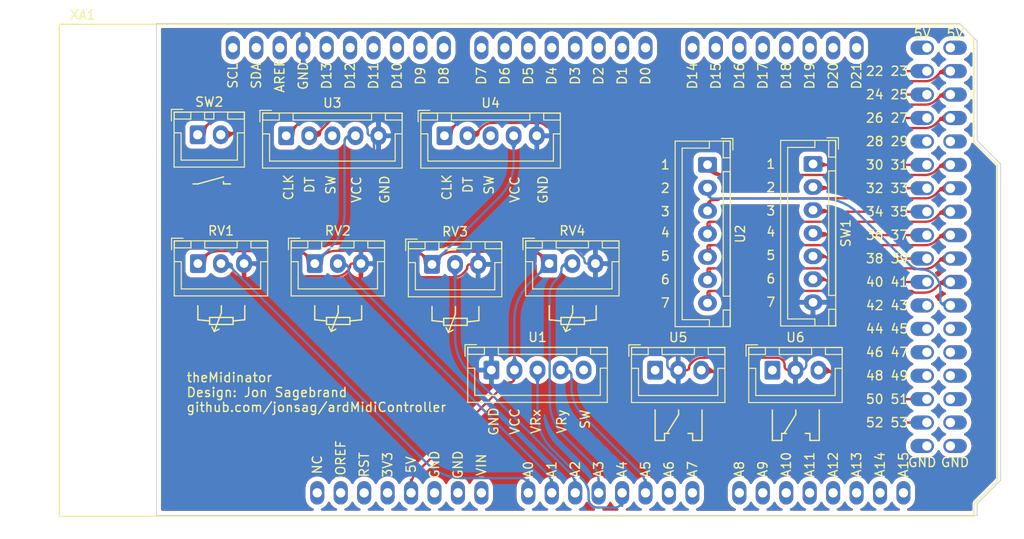
<source format=kicad_pcb>
(kicad_pcb (version 20211014) (generator pcbnew)
  (layers (0 "F.Cu" signal) (31 "B.Cu" signal) (34 "B.Paste" user) (35 "F.Paste" user) (36 "B.SilkS" user "B.Silkscreen") (37 "F.SilkS" user "F.Silkscreen") (38 "B.Mask" user) (39 "F.Mask" user) (44 "Edge.Cuts" user))
  (net 0 "")
  (net 1 "VCC")
  (net 2 "GND")
  (net 3 "+5V")
  (net 4 "Pot1")
  (net 5 "Pot2")
  (net 6 "Pot3")
  (net 7 "SlidePot1")
  (net 8 "Rot1CLK")
  (net 9 "Rot1DT")
  (net 11 "Rot2CLK")
  (net 12 "Rot2DT")
  (net 28 "SlSwX")
  (net 30 "SlSwY")
  (net 44 "NumPad2")
  (net 50 "RotSw5")
  (net 51 "NumPad7")
  (net 52 "RotSw6")
  (net 53 "NumPad5")
  (net 54 "RotSw4")
  (net 55 "NumPad4")
  (net 56 "RotSw3")
  (net 57 "NumPad3")
  (net 58 "RotSw2")
  (net 59 "NumPad1")
  (net 60 "RotSw1")
  (net 65 "NumPad6")
  (net 68 "Net-(SW2-Pad2)")
  (net 69 "Net-(SW2-Pad1)")
  (net 81 "JoyStickX")
  (net 82 "JoyStickY")
  (footprint "My_Headers:7-pin JST Numeric Keypad" (layer "F.Cu") (at 164.465 76.28 -90)
    (fp_text reference "U2")
    (fp_text value "Numeric_Keypad_3x4")
  )
  (footprint "My_Headers:3-pin JST Potentiometer" (layer "F.Cu") (at 109.26 86.995)
    (fp_text reference "RV1")
    (fp_text value "10k")
  )
  (footprint "My_Headers:3-pin JST Potentiometer" (layer "F.Cu") (at 147.32 86.995)
    (fp_text reference "RV4")
    (fp_text value "10k")
  )
  (footprint "My_Headers:3-pin JST Potentiometer" (layer "F.Cu") (at 121.92 86.995)
    (fp_text reference "RV2")
    (fp_text value "10k")
  )
  (footprint "My_Headers:3-pin JST Toggle Switch" (layer "F.Cu") (at 158.79 98.555)
    (fp_text reference "U5")
    (fp_text value "Slide Toggle Switch 1")
  )
  (footprint "My_Headers:3-pin JST Potentiometer" (layer "F.Cu") (at 134.62 87.09)
    (fp_text reference "RV3")
    (fp_text value "10k")
  )
  (footprint "My_Arduino:Arduino_Mega2560_Shield__no_ICSP_no_mount-holes_large" (layer "F.Cu") (at 113.046 63.595)
    (fp_text reference "XA1")
    (fp_text value "Arduino_Mega2560")
  )
  (footprint "My_Headers:3-pin JST Toggle Switch" (layer "F.Cu") (at 171.49 98.555)
    (fp_text reference "U6")
    (fp_text value "Slide Toggle Switch 2")
  )
  (footprint "My_Headers:2-pin JST Switch" (layer "F.Cu") (at 109.24 73.028)
    (fp_text reference "SW2")
    (fp_text value "Toggle Switch (ON)-OFF-(ON)")
  )
  (footprint "My_Headers:7-pin JST Rotary Switch 1x6" (layer "F.Cu") (at 175.895 76.2 -90)
    (fp_text reference "SW1")
    (fp_text value "Rotary Switch")
  )
  (footprint "My_Headers:5-pin JST Rotary Encoder" (layer "F.Cu") (at 135.97 73.135)
    (fp_text reference "U4")
    (fp_text value "Rotary Encoder 2")
  )
  (footprint "My_Headers:5-pin JST Rotary Encoder" (layer "F.Cu") (at 118.825 73.135)
    (fp_text reference "U3")
    (fp_text value "Rotary Encoder 1")
  )
  (footprint "My_Headers:5-pin JST KY-023 JoyStick" (layer "F.Cu") (at 141.05 98.535)
    (fp_text reference "U1")
    (fp_text value "JoyStick")
  )
  (gr_line (start 193.675 113.03) (end 193.675 114.3) (layer "Edge.Cuts") (width 0.1))
  (gr_line (start 193.675 73.66) (end 196.215 76.2) (layer "Edge.Cuts") (width 0.1))
  (gr_line (start 104.775 114.3) (end 104.775 60.96) (layer "Edge.Cuts") (width 0.1))
  (gr_line (start 191.77 60.96) (end 193.675 62.865) (layer "Edge.Cuts") (width 0.1))
  (gr_line (start 196.215 110.49) (end 193.675 113.03) (layer "Edge.Cuts") (width 0.1))
  (gr_line (start 104.775 60.96) (end 191.77 60.96) (layer "Edge.Cuts") (width 0.1))
  (gr_line (start 193.675 62.865) (end 193.675 73.66) (layer "Edge.Cuts") (width 0.1))
  (gr_line (start 193.675 114.3) (end 104.775 114.3) (layer "Edge.Cuts") (width 0.1))
  (gr_line (start 196.215 76.2) (end 196.215 110.49) (layer "Edge.Cuts") (width 0.1))
  (gr_text "theMidinator\nDesign: Jon Sagebrand\ngithub.com/jonsag/ardMidiController" (at 107.95 100.965) (layer "F.SilkS") (effects (font (size 1 1)) (justify left)))
  (segment (start 162.647097 97.859002) (end 162.8798 97.6263) (width 0.25) (layer "F.Cu") (net 2))
  (segment (start 130.61277 88.4697) (end 136.967199 88.4697) (width 0.25) (layer "F.Cu") (net 2))
  (segment (start 173.25545 98.555) (end 173.99 98.555) (width 0.25) (layer "F.Cu") (net 2))
  (segment (start 163.880491 97.2118) (end 172.026528 97.2118) (width 0.25) (layer "F.Cu") (net 2))
  (segment (start 128.83265 87.73235) (end 128.510831 87.410531) (width 0.25) (layer "F.Cu") (net 2))
  (segment (start 162.2082 98.555) (end 161.29 98.555) (width 0.25) (layer "F.Cu") (net 2))
  (segment (start 138.7018 87.09) (end 139.62 87.09) (width 0.25) (layer "F.Cu") (net 2))
  (segment (start 172.8147 98.11425) (end 172.8147 97.999971) (width 0.25) (layer "F.Cu") (net 2))
  (segment (start 116.12325 87.68295) (end 115.850831 87.410531) (width 0.25) (layer "F.Cu") (net 2))
  (segment (start 124.273686 88.3709) (end 117.784108 88.3709) (width 0.25) (layer "F.Cu") (net 2))
  (segment (start 126.33235 86.995) (end 126.0018 86.995) (width 0.25) (layer "F.Cu") (net 2))
  (segment (start 114.84765 86.995) (end 114.26 86.995) (width 0.25) (layer "F.Cu") (net 2))
  (segment (start 125.313849 87.940049) (end 125.562902 87.690997) (width 0.25) (layer "F.Cu") (net 2))
  (segment (start 138.011949 88.036949) (end 138.262902 87.785997) (width 0.25) (layer "F.Cu") (net 2))
  (segment (start 127.50765 86.995) (end 126.33235 86.995) (width 0.25) (layer "F.Cu") (net 2))
  (arc (start 163.880491 97.2118) (mid 163.338921 97.319525) (end 162.8798 97.6263) (width 0.25) (layer "F.Cu") (net 2))
  (arc (start 162.647097 97.859002) (mid 162.512547 98.06037) (end 162.4653 98.2979) (width 0.25) (layer "F.Cu") (net 2))
  (arc (start 138.7018 87.09) (mid 138.520002 87.165302) (end 138.4447 87.3471) (width 0.25) (layer "F.Cu") (net 2))
  (arc (start 128.510831 87.410531) (mid 128.050567 87.102992) (end 127.50765 86.995) (width 0.25) (layer "F.Cu") (net 2))
  (arc (start 172.58385 97.44265) (mid 172.754704 97.698351) (end 172.8147 97.999971) (width 0.25) (layer "F.Cu") (net 2))
  (arc (start 128.83265 87.73235) (mid 129.649376 88.278068) (end 130.61277 88.4697) (width 0.25) (layer "F.Cu") (net 2))
  (arc (start 126.0018 86.995) (mid 125.820002 87.070302) (end 125.7447 87.2521) (width 0.25) (layer "F.Cu") (net 2))
  (arc (start 138.011949 88.036949) (mid 137.532613 88.357231) (end 136.967199 88.4697) (width 0.25) (layer "F.Cu") (net 2))
  (arc (start 138.4447 87.3471) (mid 138.397452 87.584629) (end 138.262902 87.785997) (width 0.25) (layer "F.Cu") (net 2))
  (arc (start 125.7447 87.2521) (mid 125.697452 87.489629) (end 125.562902 87.690997) (width 0.25) (layer "F.Cu") (net 2))
  (arc (start 115.850831 87.410531) (mid 115.390567 87.102992) (end 114.84765 86.995) (width 0.25) (layer "F.Cu") (net 2))
  (arc (start 125.313849 87.940049) (mid 124.836618 88.258925) (end 124.273686 88.3709) (width 0.25) (layer "F.Cu") (net 2))
  (arc (start 116.12325 87.68295) (mid 116.885258 88.192107) (end 117.784108 88.3709) (width 0.25) (layer "F.Cu") (net 2))
  (arc (start 172.8147 98.11425) (mid 172.943792 98.425907) (end 173.25545 98.555) (width 0.25) (layer "F.Cu") (net 2))
  (arc (start 162.4653 98.2979) (mid 162.389997 98.479697) (end 162.2082 98.555) (width 0.25) (layer "F.Cu") (net 2))
  (arc (start 172.58385 97.44265) (mid 172.328148 97.271795) (end 172.026528 97.2118) (width 0.25) (layer "F.Cu") (net 2))
  (segment (start 145.97 81.73805) (end 145.97 73.135) (width 0.25) (layer "B.Cu") (net 2))
  (segment (start 120.666 64.39265) (end 120.666 63.595) (width 0.25) (layer "B.Cu") (net 2))
  (segment (start 152.90765 86.995) (end 151.73235 86.995) (width 0.25) (layer "B.Cu") (net 2))
  (segment (start 175.1653 93.620975) (end 175.1653 97.96735) (width 0.25) (layer "B.Cu") (net 2))
  (segment (start 127.6497 72.6545) (end 127.6497 72.7949) (width 0.25) (layer "B.Cu") (net 2))
  (segment (start 128.08235 73.135) (end 127.9898 73.135) (width 0.25) (layer "B.Cu") (net 2))
  (segment (start 175.895 91.859324) (end 175.895 91.2) (width 0.25) (layer "B.Cu") (net 2))
  (segment (start 160.1147 97.96735) (end 160.1147 95.868363) (width 0.25) (layer "B.Cu") (net 2))
  (segment (start 145.664565 82.475434) (end 141.14005 86.999949) (width 0.25) (layer "B.Cu") (net 2))
  (segment (start 127.929412 86.995) (end 126.92 86.995) (width 0.25) (layer "B.Cu") (net 2))
  (segment (start 128.57745 73.135) (end 128.825 73.135) (width 0.25) (layer "B.Cu") (net 2))
  (segment (start 174.57765 98.555) (end 173.99 98.555) (width 0.25) (layer "B.Cu") (net 2))
  (segment (start 151.4018 86.995) (end 151.73235 86.995) (width 0.25) (layer "B.Cu") (net 2))
  (segment (start 140.66795 87.09) (end 139.62 87.09) (width 0.25) (layer "B.Cu") (net 2))
  (segment (start 158.520907 92.020607) (end 153.910831 87.410531) (width 0.25) (layer "B.Cu") (net 2))
  (segment (start 150.962902 86.299002) (end 147.139334 82.475434) (width 0.25) (layer "B.Cu") (net 2))
  (segment (start 140.92265 87.09) (end 140.66795 87.09) (width 0.25) (layer "B.Cu") (net 2))
  (segment (start 141.05 87.21735) (end 141.05 98.535) (width 0.25) (layer "B.Cu") (net 2))
  (segment (start 160.70235 98.555) (end 161.29 98.555) (width 0.25) (layer "B.Cu") (net 2))
  (segment (start 121.230023 65.754323) (end 127.309935 71.834235) (width 0.25) (layer "B.Cu") (net 2))
  (segment (start 128.3299 73.38255) (end 128.3299 86.594512) (width 0.25) (layer "B.Cu") (net 2))
  (segment (start 128.08235 73.135) (end 128.57745 73.135) (width 0.25) (layer "B.Cu") (net 2))
  (arc (start 128.3299 73.38255) (mid 128.257394 73.207505) (end 128.08235 73.135) (width 0.25) (layer "B.Cu") (net 2))
  (arc (start 147.139334 82.475434) (mid 146.801019 82.249379) (end 146.40195 82.17) (width 0.25) (layer "B.Cu") (net 2))
  (arc (start 140.92265 87.09) (mid 141.040306 87.066596) (end 141.14005 86.999949) (width 0.25) (layer "B.Cu") (net 2))
  (arc (start 127.309935 71.834235) (mid 127.561397 72.210575) (end 127.6497 72.6545) (width 0.25) (layer "B.Cu") (net 2))
  (arc (start 127.6497 72.7949) (mid 127.749312 73.035387) (end 127.9898 73.135) (width 0.25) (layer "B.Cu") (net 2))
  (arc (start 141.14005 86.999949) (mid 141.073403 87.099693) (end 141.05 87.21735) (width 0.25) (layer "B.Cu") (net 2))
  (arc (start 151.1447 86.7379) (mid 151.220002 86.919697) (end 151.4018 86.995) (width 0.25) (layer "B.Cu") (net 2))
  (arc (start 128.57745 73.135) (mid 128.402405 73.207505) (end 128.3299 73.38255) (width 0.25) (layer "B.Cu") (net 2))
  (arc (start 141.05 87.21735) (mid 141.0127 87.127299) (end 140.92265 87.09) (width 0.25) (layer "B.Cu") (net 2))
  (arc (start 153.910831 87.410531) (mid 153.450567 87.102992) (end 152.90765 86.995) (width 0.25) (layer "B.Cu") (net 2))
  (arc (start 146.40195 82.17) (mid 146.00288 82.249379) (end 145.664565 82.475434) (width 0.25) (layer "B.Cu") (net 2))
  (arc (start 175.53015 92.74015) (mid 175.260121 93.144276) (end 175.1653 93.620975) (width 0.25) (layer "B.Cu") (net 2))
  (arc (start 120.666 64.39265) (mid 120.812584 65.129582) (end 121.230023 65.754323) (width 0.25) (layer "B.Cu") (net 2))
  (arc (start 160.1147 97.96735) (mid 160.286818 98.382881) (end 160.70235 98.555) (width 0.25) (layer "B.Cu") (net 2))
  (arc (start 128.2126 86.8777) (mid 128.082672 86.964514) (end 127.929412 86.995) (width 0.25) (layer "B.Cu") (net 2))
  (arc (start 145.664565 82.475434) (mid 145.89062 82.137119) (end 145.97 81.73805) (width 0.25) (layer "B.Cu") (net 2))
  (arc (start 128.3299 86.594512) (mid 128.299414 86.747772) (end 128.2126 86.8777) (width 0.25) (layer "B.Cu") (net 2))
  (arc (start 175.895 91.859324) (mid 175.800178 92.336023) (end 175.53015 92.74015) (width 0.25) (layer "B.Cu") (net 2))
  (arc (start 175.1653 97.96735) (mid 174.993181 98.382881) (end 174.57765 98.555) (width 0.25) (layer "B.Cu") (net 2))
  (arc (start 158.520907 92.020607) (mid 159.700486 93.785972) (end 160.1147 95.868363) (width 0.25) (layer "B.Cu") (net 2))
  (arc (start 145.97 81.73805) (mid 146.096515 82.043484) (end 146.40195 82.17) (width 0.25) (layer "B.Cu") (net 2))
  (arc (start 150.962902 86.299002) (mid 151.097452 86.50037) (end 151.1447 86.7379) (width 0.25) (layer "B.Cu") (net 2))
  (segment (start 132.914023 109.695676) (end 142.444688 100.165011) (width 0.25) (layer "F.Cu") (net 3))
  (segment (start 122.59445 86.32055) (end 122.61375 86.30125) (width 0.25) (layer "F.Cu") (net 3))
  (segment (start 143.55 99.468) (end 143.55 98.535) (width 0.25) (layer "F.Cu") (net 3))
  (segment (start 132.089214 85.6075) (end 124.28861 85.6075) (width 0.25) (layer "F.Cu") (net 3))
  (segment (start 109.93445 86.32055) (end 109.26 86.995) (width 0.25) (layer "F.Cu") (net 3))
  (segment (start 132.35 111.05735) (end 132.35 111.855) (width 0.25) (layer "F.Cu") (net 3))
  (segment (start 146.6748 86.3498) (end 147.32 86.995) (width 0.25) (layer "F.Cu") (net 3))
  (segment (start 145.117149 85.7046) (end 136.985025 85.7046) (width 0.25) (layer "F.Cu") (net 3))
  (segment (start 133.87875 86.34875) (end 133.9273 86.3973) (width 0.25) (layer "F.Cu") (net 3))
  (segment (start 111.562716 85.6461) (end 119.617283 85.6461) (width 0.25) (layer "F.Cu") (net 3))
  (arc (start 146.6748 86.3498) (mid 145.960143 85.872282) (end 145.117149 85.7046) (width 0.25) (layer "F.Cu") (net 3))
  (arc (start 124.28861 85.6075) (mid 123.382182 85.787799) (end 122.61375 86.30125) (width 0.25) (layer "F.Cu") (net 3))
  (arc (start 121.24555 86.32055) (mid 120.498494 85.821383) (end 119.617283 85.6461) (width 0.25) (layer "F.Cu") (net 3))
  (arc (start 143.1417 99.8763) (mid 142.764479 99.951333) (end 142.444688 100.165011) (width 0.25) (layer "F.Cu") (net 3))
  (arc (start 136.985025 85.7046) (mid 136.079969 85.884626) (end 135.3127 86.3973) (width 0.25) (layer "F.Cu") (net 3))
  (arc (start 111.562716 85.6461) (mid 110.681504 85.821383) (end 109.93445 86.32055) (width 0.25) (layer "F.Cu") (net 3))
  (arc (start 133.87875 86.34875) (mid 133.057703 85.800144) (end 132.089214 85.6075) (width 0.25) (layer "F.Cu") (net 3))
  (arc (start 121.24555 86.32055) (mid 121.919999 86.599916) (end 122.59445 86.32055) (width 0.25) (layer "F.Cu") (net 3))
  (arc (start 143.55 99.468) (mid 143.430411 99.756711) (end 143.1417 99.8763) (width 0.25) (layer "F.Cu") (net 3))
  (arc (start 132.914023 109.695676) (mid 132.496584 110.320417) (end 132.35 111.05735) (width 0.25) (layer "F.Cu") (net 3))
  (arc (start 133.9273 86.3973) (mid 134.62 86.684225) (end 135.3127 86.3973) (width 0.25) (layer "F.Cu") (net 3))
  (segment (start 125.73735 73.135) (end 126.325 73.135) (width 0.25) (layer "B.Cu") (net 3))
  (segment (start 143.55 93.018963) (end 143.55 98.535) (width 0.25) (layer "B.Cu") (net 3))
  (segment (start 145.143792 89.171207) (end 147.32 86.995) (width 0.25) (layer "B.Cu") (net 3))
  (segment (start 123.555907 85.359092) (end 121.92 86.995) (width 0.25) (layer "B.Cu") (net 3))
  (segment (start 141.876207 79.833792) (end 134.62 87.09) (width 0.25) (layer "B.Cu") (net 3))
  (segment (start 143.47 75.986036) (end 143.47 73.135) (width 0.25) (layer "B.Cu") (net 3))
  (segment (start 125.1497 81.511336) (end 125.1497 73.72265) (width 0.25) (layer "B.Cu") (net 3))
  (arc (start 145.143792 89.171207) (mid 143.964213 90.936572) (end 143.55 93.018963) (width 0.25) (layer "B.Cu") (net 3))
  (arc (start 143.47 75.986036) (mid 143.055786 78.068426) (end 141.876207 79.833792) (width 0.25) (layer "B.Cu") (net 3))
  (arc (start 125.1497 81.511336) (mid 124.735486 83.593726) (end 123.555907 85.359092) (width 0.25) (layer "B.Cu") (net 3))
  (arc (start 125.73735 73.135) (mid 125.321818 73.307118) (end 125.1497 73.72265) (width 0.25) (layer "B.Cu") (net 3))
  (segment (start 145.05 111.05735) (end 145.05 111.855) (width 0.25) (layer "B.Cu") (net 4))
  (segment (start 113.117097 87.690997) (end 134.092007 108.665907) (width 0.25) (layer "B.Cu") (net 4))
  (segment (start 112.6782 86.995) (end 111.76 86.995) (width 0.25) (layer "B.Cu") (net 4))
  (segment (start 137.939763 110.2597) (end 144.25235 110.2597) (width 0.25) (layer "B.Cu") (net 4))
  (arc (start 145.05 111.05735) (mid 144.816373 110.493326) (end 144.25235 110.2597) (width 0.25) (layer "B.Cu") (net 4))
  (arc (start 112.9353 87.2521) (mid 112.982547 87.489629) (end 113.117097 87.690997) (width 0.25) (layer "B.Cu") (net 4))
  (arc (start 112.9353 87.2521) (mid 112.859997 87.070302) (end 112.6782 86.995) (width 0.25) (layer "B.Cu") (net 4))
  (arc (start 134.092007 108.665907) (mid 135.857372 109.845486) (end 137.939763 110.2597) (width 0.25) (layer "B.Cu") (net 4))
  (segment (start 125.00765 86.995) (end 124.42 86.995) (width 0.25) (layer "B.Cu") (net 5))
  (segment (start 147.59 111.05735) (end 147.59 111.855) (width 0.25) (layer "B.Cu") (net 5))
  (segment (start 125.5953 87.63) (end 125.5953 87.58265) (width 0.25) (layer "B.Cu") (net 5))
  (segment (start 126.044312 88.714012) (end 147.025976 109.695676) (width 0.25) (layer "B.Cu") (net 5))
  (arc (start 125.5953 87.58265) (mid 125.423181 87.167118) (end 125.00765 86.995) (width 0.25) (layer "B.Cu") (net 5))
  (arc (start 125.5953 87.63) (mid 125.711994 88.216663) (end 126.044312 88.714012) (width 0.25) (layer "B.Cu") (net 5))
  (arc (start 147.025976 109.695676) (mid 147.443414 110.320417) (end 147.59 111.05735) (width 0.25) (layer "B.Cu") (net 5))
  (segment (start 149.565976 109.695676) (end 138.713792 98.843492) (width 0.25) (layer "B.Cu") (net 6))
  (segment (start 150.13 111.05735) (end 150.13 111.855) (width 0.25) (layer "B.Cu") (net 6))
  (segment (start 137.12 94.995736) (end 137.12 87.09) (width 0.25) (layer "B.Cu") (net 6))
  (arc (start 149.565976 109.695676) (mid 149.983414 110.320417) (end 150.13 111.05735) (width 0.25) (layer "B.Cu") (net 6))
  (arc (start 137.12 94.995736) (mid 137.534213 97.078126) (end 138.713792 98.843492) (width 0.25) (layer "B.Cu") (net 6))
  (segment (start 147.367 101.871636) (end 147.367 90.35147) (width 0.25) (layer "B.Cu") (net 7))
  (segment (start 152.67 110.6418) (end 152.67 111.855) (width 0.25) (layer "B.Cu") (net 7))
  (segment (start 148.005849 88.809149) (end 148.229168 88.585831) (width 0.25) (layer "B.Cu") (net 7))
  (segment (start 149.23235 86.995) (end 149.82 86.995) (width 0.25) (layer "B.Cu") (net 7))
  (segment (start 148.960792 105.719392) (end 151.812138 108.570738) (width 0.25) (layer "B.Cu") (net 7))
  (arc (start 151.812138 108.570738) (mid 152.447048 109.520949) (end 152.67 110.6418) (width 0.25) (layer "B.Cu") (net 7))
  (arc (start 148.6447 87.58265) (mid 148.536706 88.125567) (end 148.229168 88.585831) (width 0.25) (layer "B.Cu") (net 7))
  (arc (start 149.23235 86.995) (mid 148.816818 87.167118) (end 148.6447 87.58265) (width 0.25) (layer "B.Cu") (net 7))
  (arc (start 147.367 101.871636) (mid 147.781213 103.954026) (end 148.960792 105.719392) (width 0.25) (layer "B.Cu") (net 7))
  (arc (start 148.005849 88.809149) (mid 147.533031 89.516772) (end 147.367 90.35147) (width 0.25) (layer "B.Cu") (net 7))
  (segment (start 121.691207 70.268792) (end 118.825 73.135) (width 0.25) (layer "F.Cu") (net 8))
  (segment (start 125.538963 68.675) (end 188.23 68.675) (width 0.25) (layer "F.Cu") (net 8))
  (arc (start 125.538963 68.675) (mid 123.456572 69.089213) (end 121.691207 70.268792) (width 0.25) (layer "F.Cu") (net 8))
  (segment (start 189.7507 68.675) (end 190.77 68.675) (width 0.25) (layer "F.Cu") (net 9))
  (segment (start 127.380064 69.7623) (end 188.058729 69.7623) (width 0.25) (layer "F.Cu") (net 9))
  (segment (start 189.634616 68.859083) (end 189.20705 69.28665) (width 0.25) (layer "F.Cu") (net 9))
  (segment (start 122.682097 72.439002) (end 123.92955 71.19155) (width 0.25) (layer "F.Cu") (net 9))
  (segment (start 122.2432 73.135) (end 121.325 73.135) (width 0.25) (layer "F.Cu") (net 9))
  (arc (start 189.6827 68.743) (mid 189.670203 68.805823) (end 189.634616 68.859083) (width 0.25) (layer "F.Cu") (net 9))
  (arc (start 189.7507 68.675) (mid 189.702616 68.694916) (end 189.6827 68.743) (width 0.25) (layer "F.Cu") (net 9))
  (arc (start 122.682097 72.439002) (mid 122.547547 72.64037) (end 122.5003 72.8779) (width 0.25) (layer "F.Cu") (net 9))
  (arc (start 127.380064 69.7623) (mid 125.512659 70.133749) (end 123.92955 71.19155) (width 0.25) (layer "F.Cu") (net 9))
  (arc (start 189.20705 69.28665) (mid 188.680195 69.638682) (end 188.058729 69.7623) (width 0.25) (layer "F.Cu") (net 9))
  (arc (start 122.5003 72.8779) (mid 122.424997 73.059697) (end 122.2432 73.135) (width 0.25) (layer "F.Cu") (net 9))
  (segment (start 136.93 72.175) (end 135.97 73.135) (width 0.25) (layer "F.Cu") (net 11))
  (segment (start 139.247645 71.215) (end 188.23 71.215) (width 0.25) (layer "F.Cu") (net 11))
  (arc (start 139.247645 71.215) (mid 137.993344 71.464495) (end 136.93 72.175) (width 0.25) (layer "F.Cu") (net 11))
  (segment (start 139.3882 73.135) (end 138.47 73.135) (width 0.25) (layer "F.Cu") (net 12))
  (segment (start 189.634616 71.399083) (end 189.20705 71.82665) (width 0.25) (layer "F.Cu") (net 12))
  (segment (start 141.140384 71.745) (end 146.193929 71.745) (width 0.25) (layer "F.Cu") (net 12))
  (segment (start 189.7507 71.215) (end 190.77 71.215) (width 0.25) (layer "F.Cu") (net 12))
  (segment (start 139.827097 72.439002) (end 140.0832 72.1829) (width 0.25) (layer "F.Cu") (net 12))
  (segment (start 147.53937 72.3023) (end 188.058729 72.3023) (width 0.25) (layer "F.Cu") (net 12))
  (arc (start 189.6827 71.283) (mid 189.670203 71.345823) (end 189.634616 71.399083) (width 0.25) (layer "F.Cu") (net 12))
  (arc (start 139.827097 72.439002) (mid 139.692547 72.64037) (end 139.6453 72.8779) (width 0.25) (layer "F.Cu") (net 12))
  (arc (start 141.140384 71.745) (mid 140.56824 71.858806) (end 140.0832 72.1829) (width 0.25) (layer "F.Cu") (net 12))
  (arc (start 139.6453 72.8779) (mid 139.569997 73.059697) (end 139.3882 73.135) (width 0.25) (layer "F.Cu") (net 12))
  (arc (start 189.20705 71.82665) (mid 188.680195 72.178682) (end 188.058729 72.3023) (width 0.25) (layer "F.Cu") (net 12))
  (arc (start 146.86665 72.02365) (mid 147.175296 72.229881) (end 147.53937 72.3023) (width 0.25) (layer "F.Cu") (net 12))
  (arc (start 146.86665 72.02365) (mid 146.558003 71.817418) (end 146.193929 71.745) (width 0.25) (layer "F.Cu") (net 12))
  (arc (start 189.7507 71.215) (mid 189.702616 71.234916) (end 189.6827 71.283) (width 0.25) (layer "F.Cu") (net 12))
  (segment (start 164.37765 98.555) (end 163.79 98.555) (width 0.25) (layer "F.Cu") (net 28))
  (segment (start 172.899263 104.235) (end 188.23 104.235) (width 0.25) (layer "F.Cu") (net 28))
  (segment (start 165.380831 98.970531) (end 169.051507 102.641207) (width 0.25) (layer "F.Cu") (net 28))
  (arc (start 169.051507 102.641207) (mid 170.816872 103.820786) (end 172.899263 104.235) (width 0.25) (layer "F.Cu") (net 28))
  (arc (start 165.380831 98.970531) (mid 164.920567 98.662992) (end 164.37765 98.555) (width 0.25) (layer "F.Cu") (net 28))
  (segment (start 177.07765 98.555) (end 176.49 98.555) (width 0.25) (layer "F.Cu") (net 30))
  (segment (start 178.080831 98.970531) (end 179.2353 100.125) (width 0.25) (layer "F.Cu") (net 30))
  (segment (start 183.025615 101.695) (end 188.23 101.695) (width 0.25) (layer "F.Cu") (net 30))
  (arc (start 179.2353 100.125) (mid 180.974311 101.28697) (end 183.025615 101.695) (width 0.25) (layer "F.Cu") (net 30))
  (arc (start 178.080831 98.970531) (mid 177.620567 98.662992) (end 177.07765 98.555) (width 0.25) (layer "F.Cu") (net 30))
  (segment (start 190.22635 91.535) (end 190.77 91.535) (width 0.25) (layer "B.Cu") (net 44))
  (segment (start 186.305038 87.083838) (end 180.770292 81.549092) (width 0.25) (layer "B.Cu") (net 44))
  (segment (start 164.465 79.36765) (end 164.465 78.78) (width 0.25) (layer "B.Cu") (net 44))
  (segment (start 165.05265 79.9553) (end 176.922536 79.9553) (width 0.25) (layer "B.Cu") (net 44))
  (segment (start 188.969661 88.187561) (end 189.05025 88.26815) (width 0.25) (layer "B.Cu") (net 44))
  (segment (start 189.6827 90.99135) (end 189.6827 89.795019) (width 0.25) (layer "B.Cu") (net 44))
  (arc (start 189.6827 90.99135) (mid 189.841931 91.375768) (end 190.22635 91.535) (width 0.25) (layer "B.Cu") (net 44))
  (arc (start 186.305038 87.083838) (mid 186.916308 87.492275) (end 187.63735 87.6357) (width 0.25) (layer "B.Cu") (net 44))
  (arc (start 164.465 79.36765) (mid 164.637118 79.783181) (end 165.05265 79.9553) (width 0.25) (layer "B.Cu") (net 44))
  (arc (start 189.05025 88.26815) (mid 189.518331 88.968683) (end 189.6827 89.795019) (width 0.25) (layer "B.Cu") (net 44))
  (arc (start 180.770292 81.549092) (mid 179.004926 80.369513) (end 176.922536 79.9553) (width 0.25) (layer "B.Cu") (net 44))
  (arc (start 188.969661 88.187561) (mid 188.358391 87.779124) (end 187.63735 87.6357) (width 0.25) (layer "B.Cu") (net 44))
  (segment (start 177.671612 86.455) (end 188.23 86.455) (width 0.25) (layer "F.Cu") (net 50))
  (segment (start 177.055987 86.2) (end 175.895 86.2) (width 0.25) (layer "F.Cu") (net 50))
  (arc (start 177.3638 86.3275) (mid 177.222574 86.233136) (end 177.055987 86.2) (width 0.25) (layer "F.Cu") (net 50))
  (arc (start 177.3638 86.3275) (mid 177.505025 86.421863) (end 177.671612 86.455) (width 0.25) (layer "F.Cu") (net 50))
  (segment (start 189.172299 89.641299) (end 189.634652 89.178947) (width 0.25) (layer "F.Cu") (net 51))
  (segment (start 164.465 90.210271) (end 164.465 91.28) (width 0.25) (layer "F.Cu") (net 51))
  (segment (start 189.75065 88.995) (end 190.77 88.995) (width 0.25) (layer "F.Cu") (net 51))
  (segment (start 186.497794 89.9554) (end 164.719871 89.9554) (width 0.25) (layer "F.Cu") (net 51))
  (segment (start 187.940085 90.1517) (end 186.971705 90.1517) (width 0.25) (layer "F.Cu") (net 51))
  (arc (start 164.719871 89.9554) (mid 164.622336 89.9748) (end 164.53965 90.03005) (width 0.25) (layer "F.Cu") (net 51))
  (arc (start 189.6827 89.06295) (mid 189.670212 89.125727) (end 189.634652 89.178947) (width 0.25) (layer "F.Cu") (net 51))
  (arc (start 164.53965 90.03005) (mid 164.4844 90.112736) (end 164.465 90.210271) (width 0.25) (layer "F.Cu") (net 51))
  (arc (start 189.75065 88.995) (mid 189.702602 89.014902) (end 189.6827 89.06295) (width 0.25) (layer "F.Cu") (net 51))
  (arc (start 189.172299 89.641299) (mid 188.606954 90.019051) (end 187.940085 90.1517) (width 0.25) (layer "F.Cu") (net 51))
  (arc (start 186.73475 90.05355) (mid 186.626033 89.980908) (end 186.497794 89.9554) (width 0.25) (layer "F.Cu") (net 51))
  (arc (start 186.73475 90.05355) (mid 186.843465 90.126191) (end 186.971705 90.1517) (width 0.25) (layer "F.Cu") (net 51))
  (segment (start 177.027703 88.7) (end 175.895 88.7) (width 0.25) (layer "F.Cu") (net 52))
  (segment (start 177.739896 88.995) (end 188.23 88.995) (width 0.25) (layer "F.Cu") (net 52))
  (arc (start 177.3838 88.8475) (mid 177.547178 88.956665) (end 177.739896 88.995) (width 0.25) (layer "F.Cu") (net 52))
  (arc (start 177.3838 88.8475) (mid 177.220421 88.738334) (end 177.027703 88.7) (width 0.25) (layer "F.Cu") (net 52))
  (segment (start 164.465 85.177107) (end 164.465 86.28) (width 0.25) (layer "F.Cu") (net 53))
  (segment (start 189.7507 83.915) (end 190.77 83.915) (width 0.25) (layer "F.Cu") (net 53))
  (segment (start 189.207049 84.526649) (end 189.634616 84.099083) (width 0.25) (layer "F.Cu") (net 53))
  (segment (start 164.639807 85.0023) (end 188.058729 85.0023) (width 0.25) (layer "F.Cu") (net 53))
  (arc (start 164.639807 85.0023) (mid 164.572911 85.015606) (end 164.5162 85.0535) (width 0.25) (layer "F.Cu") (net 53))
  (arc (start 164.5162 85.0535) (mid 164.478306 85.110211) (end 164.465 85.177107) (width 0.25) (layer "F.Cu") (net 53))
  (arc (start 189.207049 84.526649) (mid 188.680195 84.878682) (end 188.058729 85.0023) (width 0.25) (layer "F.Cu") (net 53))
  (arc (start 189.7507 83.915) (mid 189.702616 83.934916) (end 189.6827 83.983) (width 0.25) (layer "F.Cu") (net 53))
  (arc (start 189.6827 83.983) (mid 189.670203 84.045823) (end 189.634616 84.099083) (width 0.25) (layer "F.Cu") (net 53))
  (segment (start 177.084272 83.7) (end 175.895 83.7) (width 0.25) (layer "F.Cu") (net 54))
  (segment (start 177.603327 83.915) (end 188.23 83.915) (width 0.25) (layer "F.Cu") (net 54))
  (arc (start 177.3438 83.8075) (mid 177.462872 83.887061) (end 177.603327 83.915) (width 0.25) (layer "F.Cu") (net 54))
  (arc (start 177.3438 83.8075) (mid 177.224727 83.727938) (end 177.084272 83.7) (width 0.25) (layer "F.Cu") (net 54))
  (segment (start 189.634616 81.559083) (end 189.20705 81.98665) (width 0.25) (layer "F.Cu") (net 55))
  (segment (start 164.465 82.705392) (end 164.465 83.78) (width 0.25) (layer "F.Cu") (net 55))
  (segment (start 188.058729 82.4623) (end 164.708092 82.4623) (width 0.25) (layer "F.Cu") (net 55))
  (segment (start 189.7507 81.375) (end 190.77 81.375) (width 0.25) (layer "F.Cu") (net 55))
  (arc (start 189.7507 81.375) (mid 189.702616 81.394916) (end 189.6827 81.443) (width 0.25) (layer "F.Cu") (net 55))
  (arc (start 164.5362 82.5335) (mid 164.483504 82.612364) (end 164.465 82.705392) (width 0.25) (layer "F.Cu") (net 55))
  (arc (start 164.708092 82.4623) (mid 164.615064 82.480804) (end 164.5362 82.5335) (width 0.25) (layer "F.Cu") (net 55))
  (arc (start 189.6827 81.443) (mid 189.670203 81.505823) (end 189.634616 81.559083) (width 0.25) (layer "F.Cu") (net 55))
  (arc (start 189.20705 81.98665) (mid 188.680195 82.338682) (end 188.058729 82.4623) (width 0.25) (layer "F.Cu") (net 55))
  (segment (start 177.112556 81.2) (end 175.895 81.2) (width 0.25) (layer "F.Cu") (net 56))
  (segment (start 177.535043 81.375) (end 188.23 81.375) (width 0.25) (layer "F.Cu") (net 56))
  (arc (start 177.3238 81.2875) (mid 177.22688 81.22274) (end 177.112556 81.2) (width 0.25) (layer "F.Cu") (net 56))
  (arc (start 177.3238 81.2875) (mid 177.420719 81.352259) (end 177.535043 81.375) (width 0.25) (layer "F.Cu") (net 56))
  (segment (start 189.207049 79.446649) (end 189.634616 79.019083) (width 0.25) (layer "F.Cu") (net 57))
  (segment (start 164.465 80.69235) (end 164.465 81.28) (width 0.25) (layer "F.Cu") (net 57))
  (segment (start 165.511323 80.1047) (end 165.05265 80.1047) (width 0.25) (layer "F.Cu") (net 57))
  (segment (start 165.951676 79.9223) (end 188.058729 79.9223) (width 0.25) (layer "F.Cu") (net 57))
  (segment (start 189.7507 78.835) (end 190.77 78.835) (width 0.25) (layer "F.Cu") (net 57))
  (arc (start 189.207049 79.446649) (mid 188.680195 79.798682) (end 188.058729 79.9223) (width 0.25) (layer "F.Cu") (net 57))
  (arc (start 189.7507 78.835) (mid 189.702616 78.854916) (end 189.6827 78.903) (width 0.25) (layer "F.Cu") (net 57))
  (arc (start 165.951676 79.9223) (mid 165.832517 79.946002) (end 165.7315 80.0135) (width 0.25) (layer "F.Cu") (net 57))
  (arc (start 165.7315 80.0135) (mid 165.630482 80.080997) (end 165.511323 80.1047) (width 0.25) (layer "F.Cu") (net 57))
  (arc (start 165.05265 80.1047) (mid 164.637118 80.276818) (end 164.465 80.69235) (width 0.25) (layer "F.Cu") (net 57))
  (arc (start 189.6827 78.903) (mid 189.670203 78.965823) (end 189.634616 79.019083) (width 0.25) (layer "F.Cu") (net 57))
  (segment (start 177.466759 78.835) (end 188.23 78.835) (width 0.25) (layer "F.Cu") (net 58))
  (segment (start 177.14084 78.7) (end 175.895 78.7) (width 0.25) (layer "F.Cu") (net 58))
  (arc (start 177.3038 78.7675) (mid 177.378566 78.817457) (end 177.466759 78.835) (width 0.25) (layer "F.Cu") (net 58))
  (arc (start 177.3038 78.7675) (mid 177.229033 78.717542) (end 177.14084 78.7) (width 0.25) (layer "F.Cu") (net 58))
  (segment (start 189.634652 76.478947) (end 189.20475 76.90885) (width 0.25) (layer "F.Cu") (net 59))
  (segment (start 166.354425 77.3868) (end 188.050876 77.3868) (width 0.25) (layer "F.Cu") (net 59))
  (segment (start 189.75065 76.295) (end 190.77 76.295) (width 0.25) (layer "F.Cu") (net 59))
  (segment (start 165.0184 76.8334) (end 164.465 76.28) (width 0.25) (layer "F.Cu") (net 59))
  (arc (start 165.0184 76.8334) (mid 165.631373 77.242976) (end 166.354425 77.3868) (width 0.25) (layer "F.Cu") (net 59))
  (arc (start 189.6827 76.36295) (mid 189.670212 76.425727) (end 189.634652 76.478947) (width 0.25) (layer "F.Cu") (net 59))
  (arc (start 189.75065 76.295) (mid 189.702602 76.314902) (end 189.6827 76.36295) (width 0.25) (layer "F.Cu") (net 59))
  (arc (start 189.20475 76.90885) (mid 188.675348 77.262584) (end 188.050876 77.3868) (width 0.25) (layer "F.Cu") (net 59))
  (segment (start 176.057175 76.295) (end 188.23 76.295) (width 0.25) (layer "F.Cu") (net 60))
  (segment (start 175.9425 76.2475) (end 175.895 76.2) (width 0.25) (layer "F.Cu") (net 60))
  (arc (start 175.9425 76.2475) (mid 175.995113 76.282655) (end 176.057175 76.295) (width 0.25) (layer "F.Cu") (net 60))
  (segment (start 164.465 87.666218) (end 164.465 88.78) (width 0.25) (layer "F.Cu") (net 65))
  (segment (start 186.694776 87.5177) (end 164.613518 87.5177) (width 0.25) (layer "F.Cu") (net 65))
  (segment (start 186.845423 87.5801) (end 187.994029 87.5801) (width 0.25) (layer "F.Cu") (net 65))
  (segment (start 189.188099 87.085499) (end 189.634652 86.638947) (width 0.25) (layer "F.Cu") (net 65))
  (segment (start 189.75065 86.455) (end 190.77 86.455) (width 0.25) (layer "F.Cu") (net 65))
  (arc (start 189.188099 87.085499) (mid 188.640255 87.451557) (end 187.994029 87.5801) (width 0.25) (layer "F.Cu") (net 65))
  (arc (start 186.7701 87.5489) (mid 186.735541 87.525808) (end 186.694776 87.5177) (width 0.25) (layer "F.Cu") (net 65))
  (arc (start 189.75065 86.455) (mid 189.702602 86.474902) (end 189.6827 86.52295) (width 0.25) (layer "F.Cu") (net 65))
  (arc (start 189.6827 86.52295) (mid 189.670212 86.585727) (end 189.634652 86.638947) (width 0.25) (layer "F.Cu") (net 65))
  (arc (start 164.5085 87.5612) (mid 164.476305 87.609382) (end 164.465 87.666218) (width 0.25) (layer "F.Cu") (net 65))
  (arc (start 164.613518 87.5177) (mid 164.556682 87.529005) (end 164.5085 87.5612) (width 0.25) (layer "F.Cu") (net 65))
  (arc (start 186.7701 87.5489) (mid 186.804658 87.571991) (end 186.845423 87.5801) (width 0.25) (layer "F.Cu") (net 65))
  (segment (start 189.7507 66.135) (end 190.77 66.135) (width 0.25) (layer "F.Cu") (net 68))
  (segment (start 113.330831 72.612468) (end 117.127207 68.816092) (width 0.25) (layer "F.Cu") (net 68))
  (segment (start 189.634616 66.319083) (end 189.20705 66.74665) (width 0.25) (layer "F.Cu") (net 68))
  (segment (start 120.974963 67.2223) (end 188.058729 67.2223) (width 0.25) (layer "F.Cu") (net 68))
  (segment (start 112.32765 73.028) (end 111.74 73.028) (width 0.25) (layer "F.Cu") (net 68))
  (arc (start 189.20705 66.74665) (mid 188.680195 67.098682) (end 188.058729 67.2223) (width 0.25) (layer "F.Cu") (net 68))
  (arc (start 120.974963 67.2223) (mid 118.892572 67.636513) (end 117.127207 68.816092) (width 0.25) (layer "F.Cu") (net 68))
  (arc (start 113.330831 72.612468) (mid 112.870567 72.920006) (end 112.32765 73.028) (width 0.25) (layer "F.Cu") (net 68))
  (arc (start 189.6827 66.203) (mid 189.670203 66.265823) (end 189.634616 66.319083) (width 0.25) (layer "F.Cu") (net 68))
  (arc (start 189.7507 66.135) (mid 189.702616 66.154916) (end 189.6827 66.203) (width 0.25) (layer "F.Cu") (net 68))
  (segment (start 118.386963 66.135) (end 188.23 66.135) (width 0.25) (layer "F.Cu") (net 69))
  (segment (start 114.539207 67.728792) (end 109.24 73.028) (width 0.25) (layer "F.Cu") (net 69))
  (arc (start 118.386963 66.135) (mid 116.304572 66.549213) (end 114.539207 67.728792) (width 0.25) (layer "F.Cu") (net 69))
  (segment (start 149.13765 98.535) (end 148.55 98.535) (width 0.25) (layer "B.Cu") (net 81))
  (segment (start 157.75 111.05735) (end 157.75 111.855) (width 0.25) (layer "B.Cu") (net 81))
  (segment (start 149.7253 100.385) (end 149.7253 99.12265) (width 0.25) (layer "B.Cu") (net 81))
  (segment (start 151.033447 103.543147) (end 157.185976 109.695676) (width 0.25) (layer "B.Cu") (net 81))
  (arc (start 149.7253 100.385) (mid 150.065276 102.094176) (end 151.033447 103.543147) (width 0.25) (layer "B.Cu") (net 81))
  (arc (start 157.185976 109.695676) (mid 157.603414 110.320417) (end 157.75 111.05735) (width 0.25) (layer "B.Cu") (net 81))
  (arc (start 149.7253 99.12265) (mid 149.553181 98.707118) (end 149.13765 98.535) (width 0.25) (layer "B.Cu") (net 81))
  (segment (start 151.5826 112.470762) (end 151.5826 111.97595) (width 0.25) (layer "B.Cu") (net 82))
  (segment (start 155.21 112.65265) (end 155.21 111.855) (width 0.25) (layer "B.Cu") (net 82))
  (segment (start 154.41235 113.4503) (end 152.562137 113.4503) (width 0.25) (layer "B.Cu") (net 82))
  (segment (start 147.643792 107.136592) (end 150.945814 110.438614) (width 0.25) (layer "B.Cu") (net 82))
  (segment (start 146.05 103.288836) (end 146.05 98.535) (width 0.25) (layer "B.Cu") (net 82))
  (arc (start 151.8695 113.1634) (mid 152.187284 113.375737) (end 152.562137 113.4503) (width 0.25) (layer "B.Cu") (net 82))
  (arc (start 146.05 103.288836) (mid 146.464213 105.371226) (end 147.643792 107.136592) (width 0.25) (layer "B.Cu") (net 82))
  (arc (start 150.945814 110.438614) (mid 151.417104 111.14395) (end 151.5826 111.97595) (width 0.25) (layer "B.Cu") (net 82))
  (arc (start 155.21 112.65265) (mid 154.976373 113.216673) (end 154.41235 113.4503) (width 0.25) (layer "B.Cu") (net 82))
  (arc (start 151.5826 112.470762) (mid 151.657162 112.845615) (end 151.8695 113.1634) (width 0.25) (layer "B.Cu") (net 82))
  (zone (net 52) (net_name "RotSw6") (layer "F.Cu") (priority 16962) (connect_pads yes (clearance 0)) (min_thickness 0.0254) (fill yes (thermal_gap 0.508) (thermal_bridge_width 0.508))
    (polygon (pts (xy 186.708 89.12) (xy 186.887065 89.128887) (xy 187.034271 89.154093) (xy 187.156559 89.193431) (xy 187.26087 89.244713) (xy 187.354142 89.305754) (xy 187.443317 89.374366) (xy 187.535335 89.448364) (xy 187.637137 89.525559) (xy 187.755662 89.603767) (xy 187.897852 89.6808) (xy 188.611 88.995) (xy 187.897852 88.3092) (xy 187.755662 88.386232) (xy 187.637137 88.46444) (xy 187.535335 88.541635) (xy 187.443317 88.615633) (xy 187.354142 88.684245) (xy 187.26087 88.745286) (xy 187.156559 88.796568) (xy 187.034271 88.835906) (xy 186.887065 88.861112) (xy 186.708 88.87)))
  )
  (zone (net 55) (net_name "NumPad4") (layer "F.Cu") (priority 16962) (connect_pads yes (clearance 0)) (min_thickness 0.0254) (fill yes (thermal_gap 0.508) (thermal_bridge_width 0.508))
    (polygon (pts (xy 164.930715 82.3373) (xy 164.835073 82.353895) (xy 164.769494 82.39894) (xy 164.726792 82.465323) (xy 164.699785 82.54593) (xy 164.681287 82.63365) (xy 164.664114 82.721369) (xy 164.641084 82.801976) (xy 164.60501 82.868359) (xy 164.54871 82.913404) (xy 164.465 82.93) (xy 164.465 84.205) (xy 165.23 83.409494) (xy 165.168901 83.302011) (xy 165.092233 83.190517) (xy 165.008432 83.078619) (xy 164.925933 82.969929) (xy 164.853173 82.868056) (xy 164.798588 82.77661) (xy 164.770613 82.699202) (xy 164.777685 82.639441) (xy 164.82824 82.600936) (xy 164.930715 82.5873)))
  )
  (zone (net 69) (net_name "Net-(SW2-Pad1)") (layer "F.Cu") (priority 16962) (connect_pads yes (clearance 0)) (min_thickness 0.0254) (fill yes (thermal_gap 0.508) (thermal_bridge_width 0.508))
    (polygon (pts (xy 186.708 66.26) (xy 186.887065 66.268887) (xy 187.034271 66.294093) (xy 187.156559 66.333431) (xy 187.26087 66.384713) (xy 187.354142 66.445754) (xy 187.443317 66.514366) (xy 187.535335 66.588364) (xy 187.637137 66.665559) (xy 187.755662 66.743767) (xy 187.897852 66.8208) (xy 188.611 66.135) (xy 187.897852 65.4492) (xy 187.755662 65.526232) (xy 187.637137 65.60444) (xy 187.535335 65.681635) (xy 187.443317 65.755633) (xy 187.354142 65.824245) (xy 187.26087 65.885286) (xy 187.156559 65.936568) (xy 187.034271 65.975906) (xy 186.887065 66.001112) (xy 186.708 66.01)))
  )
  (zone (net 69) (net_name "Net-(SW2-Pad1)") (layer "F.Cu") (priority 16962) (connect_pads yes (clearance 0)) (min_thickness 0.0254) (fill yes (thermal_gap 0.508) (thermal_bridge_width 0.508))
    (polygon (pts (xy 110.346621 71.744602) (xy 110.19834 71.878313) (xy 110.062119 71.973278) (xy 109.934245 72.03689) (xy 109.811006 72.076538) (xy 109.688691 72.099613) (xy 109.563588 72.113507) (xy 109.431984 72.125609) (xy 109.290167 72.14331) (xy 109.134427 72.174002) (xy 108.961051 72.225076) (xy 108.93948 73.32852) (xy 110.042924 73.306949) (xy 110.093997 73.133572) (xy 110.124689 72.977832) (xy 110.14239 72.836015) (xy 110.154492 72.704411) (xy 110.168386 72.579308) (xy 110.191461 72.456993) (xy 110.231109 72.333754) (xy 110.294721 72.20588) (xy 110.389686 72.069659) (xy 110.523398 71.921379)))
  )
  (zone (net 53) (net_name "NumPad5") (layer "F.Cu") (priority 16962) (connect_pads yes (clearance 0)) (min_thickness 0.0254) (fill yes (thermal_gap 0.508) (thermal_bridge_width 0.508))
    (polygon (pts (xy 189.552805 84.357672) (xy 189.646622 84.28087) (xy 189.734551 84.241441) (xy 189.818357 84.233797) (xy 189.899805 84.252348) (xy 189.98066 84.291506) (xy 190.062689 84.345683) (xy 190.147657 84.409289) (xy 190.23733 84.476736) (xy 190.333473 84.542436) (xy 190.437852 84.6008) (xy 191.151 83.915) (xy 190.231185 83.376185) (xy 190.129634 83.476323) (xy 190.041753 83.560369) (xy 189.963752 83.63272) (xy 189.891841 83.697771) (xy 189.82223 83.759916) (xy 189.751128 83.823551) (xy 189.674748 83.893071) (xy 189.589297 83.972871) (xy 189.490987 84.067348) (xy 189.376028 84.180895)))
  )
  (zone (net 8) (net_name "Rot1CLK") (layer "F.Cu") (priority 16962) (connect_pads yes (clearance 0)) (min_thickness 0.0254) (fill yes (thermal_gap 0.508) (thermal_bridge_width 0.508))
    (polygon (pts (xy 186.708 68.8) (xy 186.887065 68.808887) (xy 187.034271 68.834093) (xy 187.156559 68.873431) (xy 187.26087 68.924713) (xy 187.354142 68.985754) (xy 187.443317 69.054366) (xy 187.535335 69.128364) (xy 187.637137 69.205559) (xy 187.755662 69.283767) (xy 187.897852 69.3608) (xy 188.611 68.675) (xy 187.897852 67.9892) (xy 187.755662 68.066232) (xy 187.637137 68.14444) (xy 187.535335 68.221635) (xy 187.443317 68.295633) (xy 187.354142 68.364245) (xy 187.26087 68.425286) (xy 187.156559 68.476568) (xy 187.034271 68.515906) (xy 186.887065 68.541112) (xy 186.708 68.55)))
  )
  (zone (net 30) (net_name "SlSwY") (layer "F.Cu") (priority 16962) (connect_pads yes (clearance 0)) (min_thickness 0.0254) (fill yes (thermal_gap 0.508) (thermal_bridge_width 0.508))
    (polygon (pts (xy 178.124707 98.83763) (xy 177.990389 98.707512) (xy 177.873324 98.601846) (xy 177.769619 98.514942) (xy 177.675386 98.441108) (xy 177.586734 98.374656) (xy 177.499773 98.309895) (xy 177.410614 98.241134) (xy 177.315365 98.162685) (xy 177.210137 98.068857) (xy 177.09104 97.95396) (xy 176.065 98.555) (xy 176.860506 99.32) (xy 176.989206 99.247852) (xy 177.107561 99.16643) (xy 177.217789 99.082677) (xy 177.322104 99.003536) (xy 177.422723 98.935951) (xy 177.521861 98.886867) (xy 177.621735 98.863226) (xy 177.72456 98.871973) (xy 177.832553 98.920052) (xy 177.94793 99.014407)))
  )
  (zone (net 3) (net_name "+5V") (layer "F.Cu") (priority 16962) (connect_pads yes (clearance 0)) (min_thickness 0.0254) (fill yes (thermal_gap 0.508) (thermal_bridge_width 0.508))
    (polygon (pts (xy 146.036602 85.888379) (xy 146.170313 86.036659) (xy 146.265278 86.17288) (xy 146.32889 86.300754) (xy 146.368538 86.423993) (xy 146.391613 86.546308) (xy 146.405507 86.671411) (xy 146.417609 86.803015) (xy 146.43531 86.944832) (xy 146.466002 87.100572) (xy 146.517076 87.273949) (xy 147.62052 87.29552) (xy 147.598949 86.192076) (xy 147.425572 86.141002) (xy 147.269832 86.11031) (xy 147.128015 86.092609) (xy 146.996411 86.080507) (xy 146.871308 86.066613) (xy 146.748993 86.043538) (xy 146.625754 86.00389) (xy 146.49788 85.940278) (xy 146.361659 85.845313) (xy 146.213379 85.711602)))
  )
  (zone (net 3) (net_name "+5V") (layer "F.Cu") (priority 16962) (connect_pads yes (clearance 0)) (min_thickness 0.0254) (fill yes (thermal_gap 0.508) (thermal_bridge_width 0.508))
    (polygon (pts (xy 143.1913 100.0013) (xy 143.279485 99.984043) (xy 143.335302 99.937204) (xy 143.366528 99.868179) (xy 143.380943 99.784362) (xy 143.386325 99.69315) (xy 143.390453 99.601937) (xy 143.401106 99.51812) (xy 143.426062 99.449095) (xy 143.4731 99.402256) (xy 143.55 99.385) (xy 143.55 98.11) (xy 142.785 98.905506) (xy 142.852911 99.019764) (xy 142.941616 99.1366) (xy 143.041044 99.252575) (xy 143.141123 99.364249) (xy 143.231782 99.46818) (xy 143.302951 99.560929) (xy 143.344558 99.639056) (xy 143.346533 99.69912) (xy 143.298803 99.737681) (xy 143.1913 99.7513)))
  )
  (zone (net 51) (net_name "NumPad7") (layer "F.Cu") (priority 16962) (connect_pads yes (clearance 0)) (min_thickness 0.0254) (fill yes (thermal_gap 0.508) (thermal_bridge_width 0.508))
    (polygon (pts (xy 189.552734 89.437642) (xy 189.646559 89.360834) (xy 189.734495 89.321402) (xy 189.818307 89.313759) (xy 189.899761 89.332313) (xy 189.980623 89.371476) (xy 190.062659 89.425658) (xy 190.147633 89.489271) (xy 190.237313 89.556725) (xy 190.333464 89.622431) (xy 190.437852 89.6808) (xy 191.151 88.995) (xy 190.231185 88.456185) (xy 190.12963 88.556324) (xy 190.041743 88.640369) (xy 189.963735 88.712716) (xy 189.891815 88.777762) (xy 189.822195 88.839901) (xy 189.751085 88.90353) (xy 189.674696 88.973045) (xy 189.589238 89.052842) (xy 189.490921 89.147317) (xy 189.375958 89.260866)))
  )
  (zone (net 50) (net_name "RotSw5") (layer "F.Cu") (priority 16962) (connect_pads yes (clearance 0)) (min_thickness 0.0254) (fill yes (thermal_gap 0.508) (thermal_bridge_width 0.508))
    (polygon (pts (xy 186.708 86.58) (xy 186.887065 86.588887) (xy 187.034271 86.614093) (xy 187.156559 86.653431) (xy 187.26087 86.704713) (xy 187.354142 86.765754) (xy 187.443317 86.834366) (xy 187.535335 86.908364) (xy 187.637137 86.985559) (xy 187.755662 87.063767) (xy 187.897852 87.1408) (xy 188.611 86.455) (xy 187.897852 85.7692) (xy 187.755662 85.846232) (xy 187.637137 85.92444) (xy 187.535335 86.001635) (xy 187.443317 86.075633) (xy 187.354142 86.144245) (xy 187.26087 86.205286) (xy 187.156559 86.256568) (xy 187.034271 86.295906) (xy 186.887065 86.321112) (xy 186.708 86.33)))
  )
  (zone (net 12) (net_name "Rot2DT") (layer "F.Cu") (priority 16962) (connect_pads yes (clearance 0)) (min_thickness 0.0254) (fill yes (thermal_gap 0.508) (thermal_bridge_width 0.508))
    (polygon (pts (xy 139.564337 72.524988) (xy 139.488412 72.58809) (xy 139.416789 72.623039) (xy 139.348149 72.633843) (xy 139.281175 72.624508) (xy 139.214548 72.599042) (xy 139.146951 72.561453) (xy 139.077067 72.515746) (xy 139.003576 72.465931) (xy 138.925161 72.416013) (xy 138.840506 72.37) (xy 138.045 73.135) (xy 139.07104 73.73604) (xy 139.171501 73.62538) (xy 139.246595 73.522607) (xy 139.303045 73.425365) (xy 139.347579 73.3313) (xy 139.386919 73.238057) (xy 139.427792 73.143282) (xy 139.476923 73.044619) (xy 139.541036 72.939715) (xy 139.626857 72.826214) (xy 139.741112 72.701763)))
  )
  (zone (net 50) (net_name "RotSw5") (layer "F.Cu") (priority 16962) (connect_pads yes (clearance 0)) (min_thickness 0.0254) (fill yes (thermal_gap 0.508) (thermal_bridge_width 0.508))
    (polygon (pts (xy 177.578327 86.36525) (xy 177.445267 86.241038) (xy 177.325463 86.14525) (xy 177.216014 86.071192) (xy 177.114016 86.01217) (xy 177.01657 85.961491) (xy 176.920772 85.912461) (xy 176.823722 85.858386) (xy 176.722517 85.792574) (xy 176.614257 85.708329) (xy 176.49604 85.59896) (xy 175.47 86.2) (xy 176.265506 86.965) (xy 176.402759 86.884911) (xy 176.527424 86.790308) (xy 176.642251 86.689782) (xy 176.749988 86.591927) (xy 176.853387 86.505333) (xy 176.955198 86.438594) (xy 177.058169 86.400302) (xy 177.165052 86.399048) (xy 177.278595 86.443426) (xy 177.40155 86.542027)))
  )
  (zone (net 57) (net_name "NumPad3") (layer "F.Cu") (priority 16962) (connect_pads yes (clearance 0)) (min_thickness 0.0254) (fill yes (thermal_gap 0.508) (thermal_bridge_width 0.508))
    (polygon (pts (xy 189.552805 79.277672) (xy 189.646622 79.20087) (xy 189.734551 79.161441) (xy 189.818357 79.153797) (xy 189.899805 79.172348) (xy 189.98066 79.211506) (xy 190.062689 79.265683) (xy 190.147657 79.329289) (xy 190.23733 79.396736) (xy 190.333473 79.462436) (xy 190.437852 79.5208) (xy 191.151 78.835) (xy 190.231185 78.296185) (xy 190.129634 78.396323) (xy 190.041753 78.480369) (xy 189.963752 78.55272) (xy 189.891841 78.617771) (xy 189.82223 78.679916) (xy 189.751128 78.743551) (xy 189.674748 78.813071) (xy 189.589297 78.892871) (xy 189.490987 78.987348) (xy 189.376028 79.100895)))
  )
  (zone (net 30) (net_name "SlSwY") (layer "F.Cu") (priority 16962) (connect_pads yes (clearance 0)) (min_thickness 0.0254) (fill yes (thermal_gap 0.508) (thermal_bridge_width 0.508))
    (polygon (pts (xy 186.708 101.82) (xy 186.887065 101.828887) (xy 187.034271 101.854093) (xy 187.156559 101.893431) (xy 187.26087 101.944713) (xy 187.354142 102.005754) (xy 187.443317 102.074366) (xy 187.535335 102.148364) (xy 187.637137 102.225559) (xy 187.755662 102.303767) (xy 187.897852 102.3808) (xy 188.611 101.695) (xy 187.897852 101.0092) (xy 187.755662 101.086232) (xy 187.637137 101.16444) (xy 187.535335 101.241635) (xy 187.443317 101.315633) (xy 187.354142 101.384245) (xy 187.26087 101.445286) (xy 187.156559 101.496568) (xy 187.034271 101.535906) (xy 186.887065 101.561112) (xy 186.708 101.57)))
  )
  (zone (net 8) (net_name "Rot1CLK") (layer "F.Cu") (priority 16962) (connect_pads yes (clearance 0)) (min_thickness 0.0254) (fill yes (thermal_gap 0.508) (thermal_bridge_width 0.508))
    (polygon (pts (xy 119.931621 71.851602) (xy 119.78334 71.985313) (xy 119.647119 72.080278) (xy 119.519245 72.14389) (xy 119.396006 72.183538) (xy 119.273691 72.206613) (xy 119.148588 72.220507) (xy 119.016984 72.232609) (xy 118.875167 72.25031) (xy 118.719427 72.281002) (xy 118.546051 72.332076) (xy 118.52448 73.43552) (xy 119.627924 73.413949) (xy 119.678997 73.240572) (xy 119.709689 73.084832) (xy 119.72739 72.943015) (xy 119.739492 72.811411) (xy 119.753386 72.686308) (xy 119.776461 72.563993) (xy 119.816109 72.440754) (xy 119.879721 72.31288) (xy 119.974686 72.176659) (xy 120.108398 72.028379)))
  )
  (zone (net 59) (net_name "NumPad1") (layer "F.Cu") (priority 16962) (connect_pads yes (clearance 0)) (min_thickness 0.0254) (fill yes (thermal_gap 0.508) (thermal_bridge_width 0.508))
    (polygon (pts (xy 165.706548 77.2618) (xy 165.5373 77.241525) (xy 165.423198 77.184111) (xy 165.35401 77.094666) (xy 165.319506 76.978303) (xy 165.309456 76.840132) (xy 165.313627 76.685265) (xy 165.321791 76.518812) (xy 165.323715 76.345885) (xy 165.30917 76.171594) (xy 165.267924 76.001051) (xy 164.16448 75.97948) (xy 164.465 77.13) (xy 164.621544 77.14069) (xy 164.751927 77.169707) (xy 164.863259 77.212468) (xy 164.962653 77.264393) (xy 165.057219 77.3209) (xy 165.15407 77.377406) (xy 165.260317 77.429331) (xy 165.383071 77.472092) (xy 165.529444 77.501109) (xy 165.706548 77.5118)))
  )
  (zone (net 3) (net_name "+5V") (layer "F.Cu") (priority 16962) (connect_pads yes (clearance 0)) (min_thickness 0.0254) (fill yes (thermal_gap 0.508) (thermal_bridge_width 0.508))
    (polygon (pts (xy 132.225 110.333) (xy 132.216112 110.512065) (xy 132.190906 110.659271) (xy 132.151568 110.781559) (xy 132.100286 110.88587) (xy 132.039245 110.979142) (xy 131.970633 111.068317) (xy 131.896635 111.160335) (xy 131.81944 111.262137) (xy 131.741232 111.380662) (xy 131.6642 111.522852) (xy 132.35 112.236) (xy 133.0358 111.522852) (xy 132.958767 111.380662) (xy 132.880559 111.262137) (xy 132.803364 111.160335) (xy 132.729366 111.068317) (xy 132.660754 110.979142) (xy 132.599713 110.88587) (xy 132.548431 110.781559) (xy 132.509093 110.659271) (xy 132.483887 110.512065) (xy 132.475 110.333)))
  )
  (zone (net 58) (net_name "RotSw2") (layer "F.Cu") (priority 16962) (connect_pads yes (clearance 0)) (min_thickness 0.0254) (fill yes (thermal_gap 0.508) (thermal_bridge_width 0.508))
    (polygon (pts (xy 186.708 78.96) (xy 186.887065 78.968887) (xy 187.034271 78.994093) (xy 187.156559 79.033431) (xy 187.26087 79.084713) (xy 187.354142 79.145754) (xy 187.443317 79.214366) (xy 187.535335 79.288364) (xy 187.637137 79.365559) (xy 187.755662 79.443767) (xy 187.897852 79.5208) (xy 188.611 78.835) (xy 187.897852 78.1492) (xy 187.755662 78.226232) (xy 187.637137 78.30444) (xy 187.535335 78.381635) (xy 187.443317 78.455633) (xy 187.354142 78.524245) (xy 187.26087 78.585286) (xy 187.156559 78.636568) (xy 187.034271 78.675906) (xy 186.887065 78.701112) (xy 186.708 78.71)))
  )
  (zone (net 3) (net_name "+5V") (layer "F.Cu") (priority 16962) (connect_pads yes (clearance 0)) (min_thickness 0.0254) (fill yes (thermal_gap 0.508) (thermal_bridge_width 0.508))
    (polygon (pts (xy 110.366621 85.711602) (xy 110.21834 85.845313) (xy 110.082119 85.940278) (xy 109.954245 86.00389) (xy 109.831006 86.043538) (xy 109.708691 86.066613) (xy 109.583588 86.080507) (xy 109.451984 86.092609) (xy 109.310167 86.11031) (xy 109.154427 86.141002) (xy 108.981051 86.192076) (xy 108.95948 87.29552) (xy 110.062924 87.273949) (xy 110.113997 87.100572) (xy 110.144689 86.944832) (xy 110.16239 86.803015) (xy 110.174492 86.671411) (xy 110.188386 86.546308) (xy 110.211461 86.423993) (xy 110.251109 86.300754) (xy 110.314721 86.17288) (xy 110.409686 86.036659) (xy 110.543398 85.888379)))
  )
  (zone (net 68) (net_name "Net-(SW2-Pad2)") (layer "F.Cu") (priority 16962) (connect_pads yes (clearance 0)) (min_thickness 0.0254) (fill yes (thermal_gap 0.508) (thermal_bridge_width 0.508))
    (polygon (pts (xy 189.552805 66.577672) (xy 189.646622 66.50087) (xy 189.734551 66.461441) (xy 189.818357 66.453797) (xy 189.899805 66.472348) (xy 189.98066 66.511506) (xy 190.062689 66.565683) (xy 190.147657 66.629289) (xy 190.23733 66.696736) (xy 190.333473 66.762436) (xy 190.437852 66.8208) (xy 191.151 66.135) (xy 190.231185 65.596185) (xy 190.129634 65.696323) (xy 190.041753 65.780369) (xy 189.963752 65.85272) (xy 189.891841 65.917771) (xy 189.82223 65.979916) (xy 189.751128 66.043551) (xy 189.674748 66.113071) (xy 189.589297 66.192871) (xy 189.490987 66.287348) (xy 189.376028 66.400895)))
  )
  (zone (net 9) (net_name "Rot1DT") (layer "F.Cu") (priority 16962) (connect_pads yes (clearance 0)) (min_thickness 0.0254) (fill yes (thermal_gap 0.508) (thermal_bridge_width 0.508))
    (polygon (pts (xy 189.552805 69.117672) (xy 189.646622 69.04087) (xy 189.734551 69.001441) (xy 189.818357 68.993797) (xy 189.899805 69.012348) (xy 189.98066 69.051506) (xy 190.062689 69.105683) (xy 190.147657 69.169289) (xy 190.23733 69.236736) (xy 190.333473 69.302436) (xy 190.437852 69.3608) (xy 191.151 68.675) (xy 190.231185 68.136185) (xy 190.129634 68.236323) (xy 190.041753 68.320369) (xy 189.963752 68.39272) (xy 189.891841 68.457771) (xy 189.82223 68.519916) (xy 189.751128 68.583551) (xy 189.674748 68.653071) (xy 189.589297 68.732871) (xy 189.490987 68.827348) (xy 189.376028 68.940895)))
  )
  (zone (net 28) (net_name "SlSwX") (layer "F.Cu") (priority 16962) (connect_pads yes (clearance 0)) (min_thickness 0.0254) (fill yes (thermal_gap 0.508) (thermal_bridge_width 0.508))
    (polygon (pts (xy 165.424707 98.83763) (xy 165.290389 98.707512) (xy 165.173324 98.601846) (xy 165.069619 98.514942) (xy 164.975386 98.441108) (xy 164.886734 98.374656) (xy 164.799773 98.309895) (xy 164.710614 98.241134) (xy 164.615365 98.162685) (xy 164.510137 98.068857) (xy 164.39104 97.95396) (xy 163.365 98.555) (xy 164.160506 99.32) (xy 164.289206 99.247852) (xy 164.407561 99.16643) (xy 164.517789 99.082677) (xy 164.622104 99.003536) (xy 164.722723 98.935951) (xy 164.821861 98.886867) (xy 164.921735 98.863226) (xy 165.02456 98.871973) (xy 165.132553 98.920052) (xy 165.24793 99.014407)))
  )
  (zone (net 2) (net_name "GND") (layers F&B.Cu) (connect_pads (clearance 0.508)) (min_thickness 0.254) (fill yes (thermal_gap 0.508) (thermal_bridge_width 0.508))
    (polygon (pts (xy 197.485 115.57) (xy 103.505 115.57) (xy 103.505 59.69) (xy 197.485 59.69)))
  )
  (zone (net 65) (net_name "NumPad6") (layer "F.Cu") (priority 16962) (connect_pads yes (clearance 0)) (min_thickness 0.0254) (fill yes (thermal_gap 0.508) (thermal_bridge_width 0.508))
    (polygon (pts (xy 164.953663 87.3927) (xy 164.860392 87.407744) (xy 164.79417 87.448579) (xy 164.748553 87.508756) (xy 164.717099 87.581829) (xy 164.693365 87.66135) (xy 164.670909 87.74087) (xy 164.643286 87.813943) (xy 164.604056 87.87412) (xy 164.546775 87.914955) (xy 164.465 87.93) (xy 164.465 89.205) (xy 165.23 88.409494) (xy 165.173153 88.309345) (xy 165.101921 88.205416) (xy 165.024132 88.10108) (xy 164.947616 87.99971) (xy 164.880201 87.90468) (xy 164.829716 87.819363) (xy 164.803991 87.747133) (xy 164.810855 87.691363) (xy 164.858135 87.655428) (xy 164.953663 87.6427)))
  )
  (zone (net 53) (net_name "NumPad5") (layer "F.Cu") (priority 16962) (connect_pads yes (clearance 0)) (min_thickness 0.0254) (fill yes (thermal_gap 0.508) (thermal_bridge_width 0.508))
    (polygon (pts (xy 164.947284 84.8773) (xy 164.853397 84.892775) (xy 164.787369 84.93478) (xy 164.742558 84.996683) (xy 164.712321 85.07185) (xy 164.690016 85.15365) (xy 164.669002 85.235449) (xy 164.642635 85.310616) (xy 164.604274 85.372519) (xy 164.547276 85.414524) (xy 164.465 85.43) (xy 164.465 86.705) (xy 165.23 85.909494) (xy 165.171971 85.807307) (xy 165.099228 85.701274) (xy 165.019768 85.594836) (xy 164.941589 85.491431) (xy 164.872688 85.394499) (xy 164.821064 85.307479) (xy 164.794713 85.233809) (xy 164.801634 85.17693) (xy 164.849825 85.14028) (xy 164.947284 85.1273)))
  )
  (zone (net 56) (net_name "RotSw3") (layer "F.Cu") (priority 16962) (connect_pads yes (clearance 0)) (min_thickness 0.0254) (fill yes (thermal_gap 0.508) (thermal_bridge_width 0.508))
    (polygon (pts (xy 186.708 81.5) (xy 186.887065 81.508887) (xy 187.034271 81.534093) (xy 187.156559 81.573431) (xy 187.26087 81.624713) (xy 187.354142 81.685754) (xy 187.443317 81.754366) (xy 187.535335 81.828364) (xy 187.637137 81.905559) (xy 187.755662 81.983767) (xy 187.897852 82.0608) (xy 188.611 81.375) (xy 187.897852 80.6892) (xy 187.755662 80.766232) (xy 187.637137 80.84444) (xy 187.535335 80.921635) (xy 187.443317 80.995633) (xy 187.354142 81.064245) (xy 187.26087 81.125286) (xy 187.156559 81.176568) (xy 187.034271 81.215906) (xy 186.887065 81.241112) (xy 186.708 81.25)))
  )
  (zone (net 51) (net_name "NumPad7") (layer "F.Cu") (priority 16962) (connect_pads yes (clearance 0)) (min_thickness 0.0254) (fill yes (thermal_gap 0.508) (thermal_bridge_width 0.508))
    (polygon (pts (xy 164.927857 89.8304) (xy 164.831891 89.847188) (xy 164.766381 89.892758) (xy 164.724046 89.959913) (xy 164.697605 90.041459) (xy 164.679777 90.1302) (xy 164.663281 90.21894) (xy 164.640836 90.300486) (xy 164.605161 90.367641) (xy 164.548976 90.413211) (xy 164.465 90.43) (xy 164.465 91.705) (xy 165.23 90.909494) (xy 165.168372 90.801098) (xy 165.091027 90.688661) (xy 165.006477 90.575822) (xy 164.923233 90.46622) (xy 164.849807 90.363494) (xy 164.794711 90.271285) (xy 164.766456 90.193232) (xy 164.773554 90.132974) (xy 164.824517 90.09415) (xy 164.927857 90.0804)))
  )
  (zone (net 12) (net_name "Rot2DT") (layer "F.Cu") (priority 16962) (connect_pads yes (clearance 0)) (min_thickness 0.0254) (fill yes (thermal_gap 0.508) (thermal_bridge_width 0.508))
    (polygon (pts (xy 189.552805 71.657672) (xy 189.646622 71.58087) (xy 189.734551 71.541441) (xy 189.818357 71.533797) (xy 189.899805 71.552348) (xy 189.98066 71.591506) (xy 190.062689 71.645683) (xy 190.147657 71.709289) (xy 190.23733 71.776736) (xy 190.333473 71.842436) (xy 190.437852 71.9008) (xy 191.151 71.215) (xy 190.231185 70.676185) (xy 190.129634 70.776323) (xy 190.041753 70.860369) (xy 189.963752 70.93272) (xy 189.891841 70.997771) (xy 189.82223 71.059916) (xy 189.751128 71.123551) (xy 189.674748 71.193071) (xy 189.589297 71.272871) (xy 189.490987 71.367348) (xy 189.376028 71.480895)))
  )
  (zone (net 60) (net_name "RotSw1") (layer "F.Cu") (priority 16962) (connect_pads yes (clearance 0)) (min_thickness 0.0254) (fill yes (thermal_gap 0.508) (thermal_bridge_width 0.508))
    (polygon (pts (xy 177.59 76.17) (xy 177.397062 76.159742) (xy 177.239197 76.130467) (xy 177.108987 76.084422) (xy 176.999012 76.023851) (xy 176.901854 75.951001) (xy 176.810094 75.868118) (xy 176.716312 75.777449) (xy 176.613091 75.68124) (xy 176.493011 75.581736) (xy 176.348654 75.481184) (xy 175.472661 76.152519) (xy 176.177719 77.001604) (xy 176.351132 76.930832) (xy 176.495414 76.855014) (xy 176.618806 76.777093) (xy 176.72955 76.700013) (xy 176.83589 76.626717) (xy 176.946067 76.560147) (xy 177.068324 76.503247) (xy 177.210904 76.458961) (xy 177.382048 76.43023) (xy 177.59 76.42)))
  )
  (zone (net 9) (net_name "Rot1DT") (layer "F.Cu") (priority 16962) (connect_pads yes (clearance 0)) (min_thickness 0.0254) (fill yes (thermal_gap 0.508) (thermal_bridge_width 0.508))
    (polygon (pts (xy 122.419337 72.524988) (xy 122.343412 72.58809) (xy 122.271789 72.623039) (xy 122.203149 72.633843) (xy 122.136175 72.624508) (xy 122.069548 72.599042) (xy 122.001951 72.561453) (xy 121.932067 72.515746) (xy 121.858576 72.465931) (xy 121.780161 72.416013) (xy 121.695506 72.37) (xy 120.9 73.135) (xy 121.92604 73.73604) (xy 122.026501 73.62538) (xy 122.101595 73.522607) (xy 122.158045 73.425365) (xy 122.202579 73.3313) (xy 122.241919 73.238057) (xy 122.282792 73.143282) (xy 122.331923 73.044619) (xy 122.396036 72.939715) (xy 122.481857 72.826214) (xy 122.596112 72.701763)))
  )
  (zone (net 3) (net_name "+5V") (layer "F.Cu") (priority 16962) (connect_pads yes (clearance 0)) (min_thickness 0.0254) (fill yes (thermal_gap 0.508) (thermal_bridge_width 0.508))
    (polygon (pts (xy 120.636602 85.888379) (xy 120.770313 86.036659) (xy 120.865278 86.17288) (xy 120.92889 86.300754) (xy 120.968538 86.423993) (xy 120.991613 86.546308) (xy 121.005507 86.671411) (xy 121.017609 86.803015) (xy 121.03531 86.944832) (xy 121.066002 87.100572) (xy 121.117076 87.273949) (xy 122.22052 87.29552) (xy 122.198949 86.192076) (xy 122.025572 86.141002) (xy 121.869832 86.11031) (xy 121.728015 86.092609) (xy 121.596411 86.080507) (xy 121.471308 86.066613) (xy 121.348993 86.043538) (xy 121.225754 86.00389) (xy 121.09788 85.940278) (xy 120.961659 85.845313) (xy 120.813379 85.711602)))
  )
  (zone (net 59) (net_name "NumPad1") (layer "F.Cu") (priority 16962) (connect_pads yes (clearance 0)) (min_thickness 0.0254) (fill yes (thermal_gap 0.508) (thermal_bridge_width 0.508))
    (polygon (pts (xy 189.552734 76.737642) (xy 189.646559 76.660834) (xy 189.734495 76.621402) (xy 189.818307 76.613759) (xy 189.899761 76.632313) (xy 189.980623 76.671476) (xy 190.062659 76.725658) (xy 190.147633 76.789271) (xy 190.237313 76.856725) (xy 190.333464 76.922431) (xy 190.437852 76.9808) (xy 191.151 76.295) (xy 190.231185 75.756185) (xy 190.12963 75.856324) (xy 190.041743 75.940369) (xy 189.963735 76.012716) (xy 189.891815 76.077762) (xy 189.822195 76.139901) (xy 189.751085 76.20353) (xy 189.674696 76.273045) (xy 189.589238 76.352842) (xy 189.490921 76.447317) (xy 189.375958 76.560866)))
  )
  (zone (net 0) (net_name "") (layers F&B.Cu) (connect_pads (clearance 0.508)) (min_thickness 0.254) (fill yes (thermal_gap 0.508) (thermal_bridge_width 0.508))
    (polygon (pts (xy 198.755 116.84) (xy 102.235 116.84) (xy 102.235 58.42) (xy 198.755 58.42)))
  )
  (zone (net 52) (net_name "RotSw6") (layer "F.Cu") (priority 16962) (connect_pads yes (clearance 0)) (min_thickness 0.0254) (fill yes (thermal_gap 0.508) (thermal_bridge_width 0.508))
    (polygon (pts (xy 177.578327 88.86525) (xy 177.445267 88.741038) (xy 177.325463 88.64525) (xy 177.216014 88.571192) (xy 177.114016 88.51217) (xy 177.01657 88.461491) (xy 176.920772 88.412461) (xy 176.823722 88.358386) (xy 176.722517 88.292574) (xy 176.614257 88.208329) (xy 176.49604 88.09896) (xy 175.47 88.7) (xy 176.265506 89.465) (xy 176.402759 89.384911) (xy 176.527424 89.290308) (xy 176.642251 89.189782) (xy 176.749988 89.091927) (xy 176.853387 89.005333) (xy 176.955198 88.938594) (xy 177.058169 88.900302) (xy 177.165052 88.899048) (xy 177.278595 88.943426) (xy 177.40155 89.042027)))
  )
  (zone (net 54) (net_name "RotSw4") (layer "F.Cu") (priority 16962) (connect_pads yes (clearance 0)) (min_thickness 0.0254) (fill yes (thermal_gap 0.508) (thermal_bridge_width 0.508))
    (polygon (pts (xy 186.708 84.04) (xy 186.887065 84.048887) (xy 187.034271 84.074093) (xy 187.156559 84.113431) (xy 187.26087 84.164713) (xy 187.354142 84.225754) (xy 187.443317 84.294366) (xy 187.535335 84.368364) (xy 187.637137 84.445559) (xy 187.755662 84.523767) (xy 187.897852 84.6008) (xy 188.611 83.915) (xy 187.897852 83.2292) (xy 187.755662 83.306232) (xy 187.637137 83.38444) (xy 187.535335 83.461635) (xy 187.443317 83.535633) (xy 187.354142 83.604245) (xy 187.26087 83.665286) (xy 187.156559 83.716568) (xy 187.034271 83.755906) (xy 186.887065 83.781112) (xy 186.708 83.79)))
  )
  (zone (net 55) (net_name "NumPad4") (layer "F.Cu") (priority 16962) (connect_pads yes (clearance 0)) (min_thickness 0.0254) (fill yes (thermal_gap 0.508) (thermal_bridge_width 0.508))
    (polygon (pts (xy 189.552805 81.817672) (xy 189.646622 81.74087) (xy 189.734551 81.701441) (xy 189.818357 81.693797) (xy 189.899805 81.712348) (xy 189.98066 81.751506) (xy 190.062689 81.805683) (xy 190.147657 81.869289) (xy 190.23733 81.936736) (xy 190.333473 82.002436) (xy 190.437852 82.0608) (xy 191.151 81.375) (xy 190.231185 80.836185) (xy 190.129634 80.936323) (xy 190.041753 81.020369) (xy 189.963752 81.09272) (xy 189.891841 81.157771) (xy 189.82223 81.219916) (xy 189.751128 81.283551) (xy 189.674748 81.353071) (xy 189.589297 81.432871) (xy 189.490987 81.527348) (xy 189.376028 81.640895)))
  )
  (zone (net 58) (net_name "RotSw2") (layer "F.Cu") (priority 16962) (connect_pads yes (clearance 0)) (min_thickness 0.0254) (fill yes (thermal_gap 0.508) (thermal_bridge_width 0.508))
    (polygon (pts (xy 177.539081 78.71) (xy 177.338273 78.696044) (xy 177.17724 78.656935) (xy 177.047188 78.59681) (xy 176.93932 78.519806) (xy 176.844844 78.43006) (xy 176.754964 78.331709) (xy 176.660884 78.22889) (xy 176.553811 78.125741) (xy 176.42495 78.026399) (xy 176.265506 77.935) (xy 175.47 78.7) (xy 176.265506 79.465) (xy 176.41492 79.386808) (xy 176.541183 79.311262) (xy 176.651138 79.239678) (xy 176.751628 79.17337) (xy 176.849499 79.113655) (xy 176.951593 79.061847) (xy 177.064755 79.019262) (xy 177.195827 78.987215) (xy 177.351655 78.967023) (xy 177.539081 78.96)))
  )
  (zone (net 28) (net_name "SlSwX") (layer "F.Cu") (priority 16962) (connect_pads yes (clearance 0)) (min_thickness 0.0254) (fill yes (thermal_gap 0.508) (thermal_bridge_width 0.508))
    (polygon (pts (xy 186.708 104.36) (xy 186.887065 104.368887) (xy 187.034271 104.394093) (xy 187.156559 104.433431) (xy 187.26087 104.484713) (xy 187.354142 104.545754) (xy 187.443317 104.614366) (xy 187.535335 104.688364) (xy 187.637137 104.765559) (xy 187.755662 104.843767) (xy 187.897852 104.9208) (xy 188.611 104.235) (xy 187.897852 103.5492) (xy 187.755662 103.626232) (xy 187.637137 103.70444) (xy 187.535335 103.781635) (xy 187.443317 103.855633) (xy 187.354142 103.924245) (xy 187.26087 103.985286) (xy 187.156559 104.036568) (xy 187.034271 104.075906) (xy 186.887065 104.101112) (xy 186.708 104.11)))
  )
  (zone (net 56) (net_name "RotSw3") (layer "F.Cu") (priority 16962) (connect_pads yes (clearance 0)) (min_thickness 0.0254) (fill yes (thermal_gap 0.508) (thermal_bridge_width 0.508))
    (polygon (pts (xy 177.522512 81.25) (xy 177.321365 81.234962) (xy 177.161279 81.192909) (xy 177.033143 81.128434) (xy 176.927847 81.046128) (xy 176.83628 80.950583) (xy 176.749331 80.846392) (xy 176.65789 80.738146) (xy 176.552846 80.630437) (xy 176.425088 80.527858) (xy 176.265506 80.435) (xy 175.47 81.2) (xy 176.265506 81.965) (xy 176.411983 81.889321) (xy 176.536346 81.817623) (xy 176.645155 81.750845) (xy 176.744974 81.689926) (xy 176.842362 81.635804) (xy 176.943883 81.589417) (xy 177.056096 81.551705) (xy 177.185564 81.523605) (xy 177.338849 81.506057) (xy 177.522512 81.5)))
  )
  (zone (net 54) (net_name "RotSw4") (layer "F.Cu") (priority 16962) (connect_pads yes (clearance 0)) (min_thickness 0.0254) (fill yes (thermal_gap 0.508) (thermal_bridge_width 0.508))
    (polygon (pts (xy 177.505944 83.79) (xy 177.304323 83.773885) (xy 177.145132 83.728905) (xy 177.018923 83.660101) (xy 176.916252 83.572516) (xy 176.82767 83.471193) (xy 176.743733 83.361175) (xy 176.654994 83.247503) (xy 176.552007 83.135222) (xy 176.425327 83.029373) (xy 176.265506 82.935) (xy 175.47 83.7) (xy 176.265506 84.465) (xy 176.409108 84.391798) (xy 176.531587 84.323928) (xy 176.639234 84.261948) (xy 176.73834 84.206419) (xy 176.835197 84.157898) (xy 176.936096 84.116946) (xy 177.047329 84.08412) (xy 177.175187 84.059982) (xy 177.325961 84.045088) (xy 177.505944 84.04)))
  )
  (zone (net 11) (net_name "Rot2CLK") (layer "F.Cu") (priority 16962) (connect_pads yes (clearance 0)) (min_thickness 0.0254) (fill yes (thermal_gap 0.508) (thermal_bridge_width 0.508))
    (polygon (pts (xy 137.076621 71.851602) (xy 136.92834 71.985313) (xy 136.792119 72.080278) (xy 136.664245 72.14389) (xy 136.541006 72.183538) (xy 136.418691 72.206613) (xy 136.293588 72.220507) (xy 136.161984 72.232609) (xy 136.020167 72.25031) (xy 135.864427 72.281002) (xy 135.691051 72.332076) (xy 135.66948 73.43552) (xy 136.772924 73.413949) (xy 136.823997 73.240572) (xy 136.854689 73.084832) (xy 136.87239 72.943015) (xy 136.884492 72.811411) (xy 136.898386 72.686308) (xy 136.921461 72.563993) (xy 136.961109 72.440754) (xy 137.024721 72.31288) (xy 137.119686 72.176659) (xy 137.253398 72.028379)))
  )
  (zone (net 3) (net_name "+5V") (layer "F.Cu") (priority 16962) (connect_pads yes (clearance 0)) (min_thickness 0.0254) (fill yes (thermal_gap 0.508) (thermal_bridge_width 0.508))
    (polygon (pts (xy 135.726621 85.806602) (xy 135.57834 85.940313) (xy 135.442119 86.035278) (xy 135.314245 86.09889) (xy 135.191006 86.138538) (xy 135.068691 86.161613) (xy 134.943588 86.175507) (xy 134.811984 86.187609) (xy 134.670167 86.20531) (xy 134.514427 86.236002) (xy 134.341051 86.287076) (xy 134.31948 87.39052) (xy 135.422924 87.368949) (xy 135.473997 87.195572) (xy 135.504689 87.039832) (xy 135.52239 86.898015) (xy 135.534492 86.766411) (xy 135.548386 86.641308) (xy 135.571461 86.518993) (xy 135.611109 86.395754) (xy 135.674721 86.26788) (xy 135.769686 86.131659) (xy 135.903398 85.983379)))
  )
  (zone (net 57) (net_name "NumPad3") (layer "F.Cu") (priority 16962) (connect_pads yes (clearance 0)) (min_thickness 0.0254) (fill yes (thermal_gap 0.508) (thermal_bridge_width 0.508))
    (polygon (pts (xy 164.9897 79.9797) (xy 164.899239 79.992308) (xy 164.831673 80.026531) (xy 164.781583 80.076964) (xy 164.743549 80.138205) (xy 164.71215 80.20485) (xy 164.681967 80.271494) (xy 164.647581 80.332735) (xy 164.60357 80.383168) (xy 164.544517 80.417391) (xy 164.465 80.43) (xy 164.465 81.705) (xy 165.23 80.909494) (xy 165.179829 80.82086) (xy 165.117132 80.728811) (xy 165.048784 80.636348) (xy 164.981661 80.546474) (xy 164.92264 80.46219) (xy 164.878595 80.386499) (xy 164.856403 80.322402) (xy 164.862939 80.272902) (xy 164.905079 80.241) (xy 164.9897 80.2297)))
  )
  (zone (net 3) (net_name "+5V") (layer "F.Cu") (priority 16962) (connect_pads yes (clearance 0)) (min_thickness 0.0254) (fill yes (thermal_gap 0.508) (thermal_bridge_width 0.508))
    (polygon (pts (xy 133.336602 85.983379) (xy 133.470313 86.131659) (xy 133.565278 86.26788) (xy 133.62889 86.395754) (xy 133.668538 86.518993) (xy 133.691613 86.641308) (xy 133.705507 86.766411) (xy 133.717609 86.898015) (xy 133.73531 87.039832) (xy 133.766002 87.195572) (xy 133.817076 87.368949) (xy 134.92052 87.39052) (xy 134.898949 86.287076) (xy 134.725572 86.236002) (xy 134.569832 86.20531) (xy 134.428015 86.187609) (xy 134.296411 86.175507) (xy 134.171308 86.161613) (xy 134.048993 86.138538) (xy 133.925754 86.09889) (xy 133.79788 86.035278) (xy 133.661659 85.940313) (xy 133.513379 85.806602)))
  )
  (zone (net 11) (net_name "Rot2CLK") (layer "F.Cu") (priority 16962) (connect_pads yes (clearance 0)) (min_thickness 0.0254) (fill yes (thermal_gap 0.508) (thermal_bridge_width 0.508))
    (polygon (pts (xy 186.708 71.34) (xy 186.887065 71.348887) (xy 187.034271 71.374093) (xy 187.156559 71.413431) (xy 187.26087 71.464713) (xy 187.354142 71.525754) (xy 187.443317 71.594366) (xy 187.535335 71.668364) (xy 187.637137 71.745559) (xy 187.755662 71.823767) (xy 187.897852 71.9008) (xy 188.611 71.215) (xy 187.897852 70.5292) (xy 187.755662 70.606232) (xy 187.637137 70.68444) (xy 187.535335 70.761635) (xy 187.443317 70.835633) (xy 187.354142 70.904245) (xy 187.26087 70.965286) (xy 187.156559 71.016568) (xy 187.034271 71.055906) (xy 186.887065 71.081112) (xy 186.708 71.09)))
  )
  (zone (net 68) (net_name "Net-(SW2-Pad2)") (layer "F.Cu") (priority 16962) (connect_pads yes (clearance 0)) (min_thickness 0.0254) (fill yes (thermal_gap 0.508) (thermal_bridge_width 0.508))
    (polygon (pts (xy 113.19793 72.568593) (xy 113.082553 72.662947) (xy 112.97456 72.711026) (xy 112.871735 72.719773) (xy 112.771861 72.696132) (xy 112.672723 72.647048) (xy 112.572104 72.579463) (xy 112.467789 72.500322) (xy 112.357561 72.416569) (xy 112.239206 72.335147) (xy 112.110506 72.263) (xy 111.315 73.028) (xy 112.34104 73.62904) (xy 112.460137 73.514142) (xy 112.565365 73.420314) (xy 112.660614 73.341865) (xy 112.749773 73.273104) (xy 112.836734 73.208343) (xy 112.925386 73.141891) (xy 113.019619 73.068057) (xy 113.123324 72.981153) (xy 113.240389 72.875487) (xy 113.374707 72.74537)))
  )
  (zone (net 60) (net_name "RotSw1") (layer "F.Cu") (priority 16962) (connect_pads yes (clearance 0)) (min_thickness 0.0254) (fill yes (thermal_gap 0.508) (thermal_bridge_width 0.508))
    (polygon (pts (xy 186.708 76.42) (xy 186.887065 76.428887) (xy 187.034271 76.454093) (xy 187.156559 76.493431) (xy 187.26087 76.544713) (xy 187.354142 76.605754) (xy 187.443317 76.674366) (xy 187.535335 76.748364) (xy 187.637137 76.825559) (xy 187.755662 76.903767) (xy 187.897852 76.9808) (xy 188.611 76.295) (xy 187.897852 75.6092) (xy 187.755662 75.686232) (xy 187.637137 75.76444) (xy 187.535335 75.841635) (xy 187.443317 75.915633) (xy 187.354142 75.984245) (xy 187.26087 76.045286) (xy 187.156559 76.096568) (xy 187.034271 76.135906) (xy 186.887065 76.161112) (xy 186.708 76.17)))
  )
  (zone (net 65) (net_name "NumPad6") (layer "F.Cu") (priority 16962) (connect_pads yes (clearance 0)) (min_thickness 0.0254) (fill yes (thermal_gap 0.508) (thermal_bridge_width 0.508))
    (polygon (pts (xy 189.552734 86.897642) (xy 189.646559 86.820834) (xy 189.734495 86.781402) (xy 189.818307 86.773759) (xy 189.899761 86.792313) (xy 189.980623 86.831476) (xy 190.062659 86.885658) (xy 190.147633 86.949271) (xy 190.237313 87.016725) (xy 190.333464 87.082431) (xy 190.437852 87.1408) (xy 191.151 86.455) (xy 190.231185 85.916185) (xy 190.12963 86.016324) (xy 190.041743 86.100369) (xy 189.963735 86.172716) (xy 189.891815 86.237762) (xy 189.822195 86.299901) (xy 189.751085 86.36353) (xy 189.674696 86.433045) (xy 189.589238 86.512842) (xy 189.490921 86.607317) (xy 189.375958 86.720866)))
  )
  (zone (net 3) (net_name "+5V") (layer "F.Cu") (priority 16962) (connect_pads yes (clearance 0)) (min_thickness 0.0254) (fill yes (thermal_gap 0.508) (thermal_bridge_width 0.508))
    (polygon (pts (xy 123.026621 85.711602) (xy 122.87834 85.845313) (xy 122.742119 85.940278) (xy 122.614245 86.00389) (xy 122.491006 86.043538) (xy 122.368691 86.066613) (xy 122.243588 86.080507) (xy 122.111984 86.092609) (xy 121.970167 86.11031) (xy 121.814427 86.141002) (xy 121.641051 86.192076) (xy 121.61948 87.29552) (xy 122.722924 87.273949) (xy 122.773997 87.100572) (xy 122.804689 86.944832) (xy 122.82239 86.803015) (xy 122.834492 86.671411) (xy 122.848386 86.546308) (xy 122.871461 86.423993) (xy 122.911109 86.300754) (xy 122.974721 86.17288) (xy 123.069686 86.036659) (xy 123.203398 85.888379)))
  )
  (zone (net 3) (net_name "+5V") (layer "B.Cu") (priority 16962) (connect_pads yes (clearance 0)) (min_thickness 0.0254) (fill yes (thermal_gap 0.508) (thermal_bridge_width 0.508))
    (polygon (pts (xy 143.425 96.845) (xy 143.414697 97.044398) (xy 143.385526 97.207872) (xy 143.340085 97.343273) (xy 143.280978 97.458451) (xy 143.210804 97.561258) (xy 143.132167 97.659544) (xy 143.047666 97.761159) (xy 142.959904 97.873956) (xy 142.871481 98.005783) (xy 142.785 98.164494) (xy 143.55 98.96) (xy 144.315 98.164494) (xy 144.228518 98.005783) (xy 144.140095 97.873956) (xy 144.052333 97.761159) (xy 143.967832 97.659544) (xy 143.889195 97.561258) (xy 143.819021 97.458451) (xy 143.759914 97.343273) (xy 143.714473 97.207872) (xy 143.685302 97.044398) (xy 143.675 96.845)))
  )
  (zone (net 5) (net_name "Pot2") (layer "B.Cu") (priority 16962) (connect_pads yes (clearance 0)) (min_thickness 0.0254) (fill yes (thermal_gap 0.508) (thermal_bridge_width 0.508))
    (polygon (pts (xy 125.7203 87.5197) (xy 125.707691 87.429239) (xy 125.673468 87.361673) (xy 125.623035 87.311583) (xy 125.561794 87.273549) (xy 125.49515 87.24215) (xy 125.428505 87.211967) (xy 125.367264 87.177581) (xy 125.316831 87.13357) (xy 125.282608 87.074517) (xy 125.27 86.995) (xy 123.995 86.995) (xy 124.790506 87.76) (xy 124.879139 87.709829) (xy 124.971188 87.647132) (xy 125.063651 87.578784) (xy 125.153525 87.511661) (xy 125.237809 87.45264) (xy 125.3135 87.408595) (xy 125.377597 87.386403) (xy 125.427097 87.392939) (xy 125.458999 87.435079) (xy 125.4703 87.5197)))
  )
  (zone (net 81) (net_name "JoyStickX") (layer "B.Cu") (priority 16962) (connect_pads yes (clearance 0)) (min_thickness 0.0254) (fill yes (thermal_gap 0.508) (thermal_bridge_width 0.508))
    (polygon (pts (xy 157.625 110.333) (xy 157.616112 110.512065) (xy 157.590906 110.659271) (xy 157.551568 110.781559) (xy 157.500286 110.88587) (xy 157.439245 110.979142) (xy 157.370633 111.068317) (xy 157.296635 111.160335) (xy 157.21944 111.262137) (xy 157.141232 111.380662) (xy 157.0642 111.522852) (xy 157.75 112.236) (xy 158.4358 111.522852) (xy 158.358767 111.380662) (xy 158.280559 111.262137) (xy 158.203364 111.160335) (xy 158.129366 111.068317) (xy 158.060754 110.979142) (xy 157.999713 110.88587) (xy 157.948431 110.781559) (xy 157.909093 110.659271) (xy 157.883887 110.512065) (xy 157.875 110.333)))
  )
  (zone (net 3) (net_name "+5V") (layer "B.Cu") (priority 16962) (connect_pads yes (clearance 0)) (min_thickness 0.0254) (fill yes (thermal_gap 0.508) (thermal_bridge_width 0.508))
    (polygon (pts (xy 123.026621 85.711602) (xy 122.87834 85.845313) (xy 122.742119 85.940278) (xy 122.614245 86.00389) (xy 122.491006 86.043538) (xy 122.368691 86.066613) (xy 122.243588 86.080507) (xy 122.111984 86.092609) (xy 121.970167 86.11031) (xy 121.814427 86.141002) (xy 121.641051 86.192076) (xy 121.61948 87.29552) (xy 122.722924 87.273949) (xy 122.773997 87.100572) (xy 122.804689 86.944832) (xy 122.82239 86.803015) (xy 122.834492 86.671411) (xy 122.848386 86.546308) (xy 122.871461 86.423993) (xy 122.911109 86.300754) (xy 122.974721 86.17288) (xy 123.069686 86.036659) (xy 123.203398 85.888379)))
  )
  (zone (net 3) (net_name "+5V") (layer "B.Cu") (priority 16962) (connect_pads yes (clearance 0)) (min_thickness 0.0254) (fill yes (thermal_gap 0.508) (thermal_bridge_width 0.508))
    (polygon (pts (xy 146.213379 88.278398) (xy 146.361659 88.144686) (xy 146.49788 88.049721) (xy 146.625754 87.986109) (xy 146.748993 87.946461) (xy 146.871308 87.923386) (xy 146.996411 87.909492) (xy 147.128015 87.89739) (xy 147.269832 87.879689) (xy 147.425572 87.848997) (xy 147.598949 87.797924) (xy 147.62052 86.69448) (xy 146.517076 86.716051) (xy 146.466002 86.889427) (xy 146.43531 87.045167) (xy 146.417609 87.186984) (xy 146.405507 87.318588) (xy 146.391613 87.443691) (xy 146.368538 87.566006) (xy 146.32889 87.689245) (xy 146.265278 87.817119) (xy 146.170313 87.95334) (xy 146.036602 88.101621)))
  )
  (zone (net 82) (net_name "JoyStickY") (layer "B.Cu") (priority 16962) (connect_pads yes (clearance 0)) (min_thickness 0.0254) (fill yes (thermal_gap 0.508) (thermal_bridge_width 0.508))
    (polygon (pts (xy 155.335 113.377) (xy 155.343887 113.197934) (xy 155.369093 113.050728) (xy 155.408431 112.92844) (xy 155.459713 112.824129) (xy 155.520754 112.730857) (xy 155.589366 112.641682) (xy 155.663364 112.549664) (xy 155.740559 112.447862) (xy 155.818767 112.329337) (xy 155.8958 112.187148) (xy 155.21 111.474) (xy 154.5242 112.187148) (xy 154.601232 112.329337) (xy 154.67944 112.447862) (xy 154.756635 112.549664) (xy 154.830633 112.641682) (xy 154.899245 112.730857) (xy 154.960286 112.824129) (xy 155.011568 112.92844) (xy 155.050906 113.050728) (xy 155.076112 113.197934) (xy 155.085 113.377)))
  )
  (zone (net 3) (net_name "+5V") (layer "B.Cu") (priority 16962) (connect_pads yes (clearance 0)) (min_thickness 0.0254) (fill yes (thermal_gap 0.508) (thermal_bridge_width 0.508))
    (polygon (pts (xy 125.2747 73.6597) (xy 125.286 73.575079) (xy 125.317902 73.532939) (xy 125.367402 73.526403) (xy 125.431499 73.548595) (xy 125.50719 73.59264) (xy 125.591474 73.651661) (xy 125.681348 73.718784) (xy 125.773811 73.787132) (xy 125.86586 73.849829) (xy 125.954494 73.9) (xy 126.75 73.135) (xy 125.475 73.135) (xy 125.462391 73.214517) (xy 125.428168 73.27357) (xy 125.377735 73.317581) (xy 125.316494 73.351967) (xy 125.24985 73.38215) (xy 125.183205 73.413549) (xy 125.121964 73.451583) (xy 125.071531 73.501673) (xy 125.037308 73.569239) (xy 125.0247 73.6597)))
  )
  (zone (net 3) (net_name "+5V") (layer "B.Cu") (priority 16962) (connect_pads yes (clearance 0)) (min_thickness 0.0254) (fill yes (thermal_gap 0.508) (thermal_bridge_width 0.508))
    (polygon (pts (xy 135.726621 85.806602) (xy 135.57834 85.940313) (xy 135.442119 86.035278) (xy 135.314245 86.09889) (xy 135.191006 86.138538) (xy 135.068691 86.161613) (xy 134.943588 86.175507) (xy 134.811984 86.187609) (xy 134.670167 86.20531) (xy 134.514427 86.236002) (xy 134.341051 86.287076) (xy 134.31948 87.39052) (xy 135.422924 87.368949) (xy 135.473997 87.195572) (xy 135.504689 87.039832) (xy 135.52239 86.898015) (xy 135.534492 86.766411) (xy 135.548386 86.641308) (xy 135.571461 86.518993) (xy 135.611109 86.395754) (xy 135.674721 86.26788) (xy 135.769686 86.131659) (xy 135.903398 85.983379)))
  )
  (zone (net 5) (net_name "Pot2") (layer "B.Cu") (priority 16962) (connect_pads yes (clearance 0)) (min_thickness 0.0254) (fill yes (thermal_gap 0.508) (thermal_bridge_width 0.508))
    (polygon (pts (xy 147.465 110.333) (xy 147.456112 110.512065) (xy 147.430906 110.659271) (xy 147.391568 110.781559) (xy 147.340286 110.88587) (xy 147.279245 110.979142) (xy 147.210633 111.068317) (xy 147.136635 111.160335) (xy 147.05944 111.262137) (xy 146.981232 111.380662) (xy 146.9042 111.522852) (xy 147.59 112.236) (xy 148.2758 111.522852) (xy 148.198767 111.380662) (xy 148.120559 111.262137) (xy 148.043364 111.160335) (xy 147.969366 111.068317) (xy 147.900754 110.979142) (xy 147.839713 110.88587) (xy 147.788431 110.781559) (xy 147.749093 110.659271) (xy 147.723887 110.512065) (xy 147.715 110.333)))
  )
  (zone (net 7) (net_name "SlidePot1") (layer "B.Cu") (priority 16962) (connect_pads yes (clearance 0)) (min_thickness 0.0254) (fill yes (thermal_gap 0.508) (thermal_bridge_width 0.508))
    (polygon (pts (xy 152.545 110.333) (xy 152.536112 110.512065) (xy 152.510906 110.659271) (xy 152.471568 110.781559) (xy 152.420286 110.88587) (xy 152.359245 110.979142) (xy 152.290633 111.068317) (xy 152.216635 111.160335) (xy 152.13944 111.262137) (xy 152.061232 111.380662) (xy 151.9842 111.522852) (xy 152.67 112.236) (xy 153.3558 111.522852) (xy 153.278767 111.380662) (xy 153.200559 111.262137) (xy 153.123364 111.160335) (xy 153.049366 111.068317) (xy 152.980754 110.979142) (xy 152.919713 110.88587) (xy 152.868431 110.781559) (xy 152.829093 110.659271) (xy 152.803887 110.512065) (xy 152.795 110.333)))
  )
  (zone (net 4) (net_name "Pot1") (layer "B.Cu") (priority 16962) (connect_pads yes (clearance 0)) (min_thickness 0.0254) (fill yes (thermal_gap 0.508) (thermal_bridge_width 0.508))
    (polygon (pts (xy 144.925 110.333) (xy 144.916112 110.512065) (xy 144.890906 110.659271) (xy 144.851568 110.781559) (xy 144.800286 110.88587) (xy 144.739245 110.979142) (xy 144.670633 111.068317) (xy 144.596635 111.160335) (xy 144.51944 111.262137) (xy 144.441232 111.380662) (xy 144.3642 111.522852) (xy 145.05 112.236) (xy 145.7358 111.522852) (xy 145.658767 111.380662) (xy 145.580559 111.262137) (xy 145.503364 111.160335) (xy 145.429366 111.068317) (xy 145.360754 110.979142) (xy 145.299713 110.88587) (xy 145.248431 110.781559) (xy 145.209093 110.659271) (xy 145.183887 110.512065) (xy 145.175 110.333)))
  )
  (zone (net 44) (net_name "NumPad2") (layer "B.Cu") (priority 16962) (connect_pads yes (clearance 0)) (min_thickness 0.0254) (fill yes (thermal_gap 0.508) (thermal_bridge_width 0.508))
    (polygon (pts (xy 164.9897 79.8303) (xy 164.905079 79.818999) (xy 164.862939 79.787097) (xy 164.856403 79.737597) (xy 164.878595 79.6735) (xy 164.92264 79.597809) (xy 164.981661 79.513525) (xy 165.048784 79.423651) (xy 165.117132 79.331188) (xy 165.179829 79.239139) (xy 165.23 79.150506) (xy 164.465 78.355) (xy 164.465 79.63) (xy 164.544517 79.642608) (xy 164.60357 79.676831) (xy 164.647581 79.727264) (xy 164.681967 79.788505) (xy 164.71215 79.85515) (xy 164.743549 79.921794) (xy 164.781583 79.983035) (xy 164.831673 80.033468) (xy 164.899239 80.067691) (xy 164.9897 80.0803)))
  )
  (zone (net 7) (net_name "SlidePot1") (layer "B.Cu") (priority 16962) (connect_pads yes (clearance 0)) (min_thickness 0.0254) (fill yes (thermal_gap 0.508) (thermal_bridge_width 0.508))
    (polygon (pts (xy 148.7697 87.5197) (xy 148.781 87.435079) (xy 148.812902 87.392939) (xy 148.862402 87.386403) (xy 148.926499 87.408595) (xy 149.00219 87.45264) (xy 149.086474 87.511661) (xy 149.176348 87.578784) (xy 149.268811 87.647132) (xy 149.36086 87.709829) (xy 149.449494 87.76) (xy 150.245 86.995) (xy 148.97 86.995) (xy 148.957391 87.074517) (xy 148.923168 87.13357) (xy 148.872735 87.177581) (xy 148.811494 87.211967) (xy 148.74485 87.24215) (xy 148.678205 87.273549) (xy 148.616964 87.311583) (xy 148.566531 87.361673) (xy 148.532308 87.429239) (xy 148.5197 87.5197)))
  )
  (zone (net 44) (net_name "NumPad2") (layer "B.Cu") (priority 16962) (connect_pads yes (clearance 0)) (min_thickness 0.0254) (fill yes (thermal_gap 0.508) (thermal_bridge_width 0.508))
    (polygon (pts (xy 189.5577 91.0903) (xy 189.570308 91.172123) (xy 189.604531 91.231316) (xy 189.654964 91.273251) (xy 189.716205 91.303302) (xy 189.78285 91.326844) (xy 189.849494 91.349251) (xy 189.910735 91.375896) (xy 189.961168 91.412153) (xy 189.995391 91.463396) (xy 190.008 91.535) (xy 191.151 91.535) (xy 190.437852 90.8492) (xy 190.355254 90.896517) (xy 190.269674 90.956371) (xy 190.183861 91.022127) (xy 190.100566 91.087149) (xy 190.02254 91.144802) (xy 189.952532 91.188451) (xy 189.893293 91.211461) (xy 189.847575 91.207195) (xy 189.818127 91.16902) (xy 189.8077 91.0903)))
  )
  (zone (net 6) (net_name "Pot3") (layer "B.Cu") (priority 16962) (connect_pads yes (clearance 0)) (min_thickness 0.0254) (fill yes (thermal_gap 0.508) (thermal_bridge_width 0.508))
    (polygon (pts (xy 150.005 110.333) (xy 149.996112 110.512065) (xy 149.970906 110.659271) (xy 149.931568 110.781559) (xy 149.880286 110.88587) (xy 149.819245 110.979142) (xy 149.750633 111.068317) (xy 149.676635 111.160335) (xy 149.59944 111.262137) (xy 149.521232 111.380662) (xy 149.4442 111.522852) (xy 150.13 112.236) (xy 150.8158 111.522852) (xy 150.738767 111.380662) (xy 150.660559 111.262137) (xy 150.583364 111.160335) (xy 150.509366 111.068317) (xy 150.440754 110.979142) (xy 150.379713 110.88587) (xy 150.328431 110.781559) (xy 150.289093 110.659271) (xy 150.263887 110.512065) (xy 150.255 110.333)))
  )
  (zone (net 3) (net_name "+5V") (layer "B.Cu") (priority 16962) (connect_pads yes (clearance 0)) (min_thickness 0.0254) (fill yes (thermal_gap 0.508) (thermal_bridge_width 0.508))
    (polygon (pts (xy 143.595 74.825) (xy 143.605302 74.625601) (xy 143.634473 74.462127) (xy 143.679914 74.326726) (xy 143.739021 74.211548) (xy 143.809195 74.108741) (xy 143.887832 74.010455) (xy 143.972333 73.90884) (xy 144.060095 73.796043) (xy 144.148518 73.664216) (xy 144.235 73.505506) (xy 143.47 72.71) (xy 142.705 73.505506) (xy 142.791481 73.664216) (xy 142.879904 73.796043) (xy 142.967666 73.90884) (xy 143.052167 74.010455) (xy 143.130804 74.108741) (xy 143.200978 74.211548) (xy 143.260085 74.326726) (xy 143.305526 74.462127) (xy 143.334697 74.625601) (xy 143.345 74.825)))
  )
  (zone (net 6) (net_name "Pot3") (layer "B.Cu") (priority 16962) (connect_pads yes (clearance 0)) (min_thickness 0.0254) (fill yes (thermal_gap 0.508) (thermal_bridge_width 0.508))
    (polygon (pts (xy 137.245 88.78) (xy 137.255302 88.580601) (xy 137.284473 88.417127) (xy 137.329914 88.281726) (xy 137.389021 88.166548) (xy 137.459195 88.063741) (xy 137.537832 87.965455) (xy 137.622333 87.86384) (xy 137.710095 87.751043) (xy 137.798518 87.619216) (xy 137.885 87.460506) (xy 137.12 86.665) (xy 136.355 87.460506) (xy 136.441481 87.619216) (xy 136.529904 87.751043) (xy 136.617666 87.86384) (xy 136.702167 87.965455) (xy 136.780804 88.063741) (xy 136.850978 88.166548) (xy 136.910085 88.281726) (xy 136.955526 88.417127) (xy 136.984697 88.580601) (xy 136.995 88.78)))
  )
  (zone (net 4) (net_name "Pot1") (layer "B.Cu") (priority 16962) (connect_pads yes (clearance 0)) (min_thickness 0.0254) (fill yes (thermal_gap 0.508) (thermal_bridge_width 0.508))
    (polygon (pts (xy 113.031112 87.428237) (xy 112.916857 87.303785) (xy 112.831036 87.190284) (xy 112.766923 87.08538) (xy 112.717792 86.986717) (xy 112.676919 86.891942) (xy 112.637579 86.798699) (xy 112.593045 86.704634) (xy 112.536595 86.607392) (xy 112.461501 86.504619) (xy 112.36104 86.39396) (xy 111.335 86.995) (xy 112.130506 87.76) (xy 112.215161 87.713986) (xy 112.293576 87.664068) (xy 112.367067 87.614253) (xy 112.436951 87.568546) (xy 112.504548 87.530957) (xy 112.571175 87.505491) (xy 112.638149 87.496156) (xy 112.706789 87.50696) (xy 112.778412 87.541909) (xy 112.854337 87.605012)))
  )
  (zone (net 81) (net_name "JoyStickX") (layer "B.Cu") (priority 16962) (connect_pads yes (clearance 0)) (min_thickness 0.0254) (fill yes (thermal_gap 0.508) (thermal_bridge_width 0.508))
    (polygon (pts (xy 149.8503 99.0597) (xy 149.837691 98.969239) (xy 149.803468 98.901673) (xy 149.753035 98.851583) (xy 149.691794 98.813549) (xy 149.62515 98.78215) (xy 149.558505 98.751967) (xy 149.497264 98.717581) (xy 149.446831 98.67357) (xy 149.412608 98.614517) (xy 149.4 98.535) (xy 148.125 98.535) (xy 148.920506 99.3) (xy 149.009139 99.249829) (xy 149.101188 99.187132) (xy 149.193651 99.118784) (xy 149.283525 99.051661) (xy 149.367809 98.99264) (xy 149.4435 98.948595) (xy 149.507597 98.926403) (xy 149.557097 98.932939) (xy 149.588999 98.975079) (xy 149.6003 99.0597)))
  )
  (zone (net 82) (net_name "JoyStickY") (layer "B.Cu") (priority 16962) (connect_pads yes (clearance 0)) (min_thickness 0.0254) (fill yes (thermal_gap 0.508) (thermal_bridge_width 0.508))
    (polygon (pts (xy 146.175 100.225) (xy 146.185302 100.025601) (xy 146.214473 99.862127) (xy 146.259914 99.726726) (xy 146.319021 99.611548) (xy 146.389195 99.508741) (xy 146.467832 99.410455) (xy 146.552333 99.30884) (xy 146.640095 99.196043) (xy 146.728518 99.064216) (xy 146.815 98.905506) (xy 146.05 98.11) (xy 145.285 98.905506) (xy 145.371481 99.064216) (xy 145.459904 99.196043) (xy 145.547666 99.30884) (xy 145.632167 99.410455) (xy 145.710804 99.508741) (xy 145.780978 99.611548) (xy 145.840085 99.726726) (xy 145.885526 99.862127) (xy 145.914697 100.025601) (xy 145.925 100.225)))
  )
)
</source>
